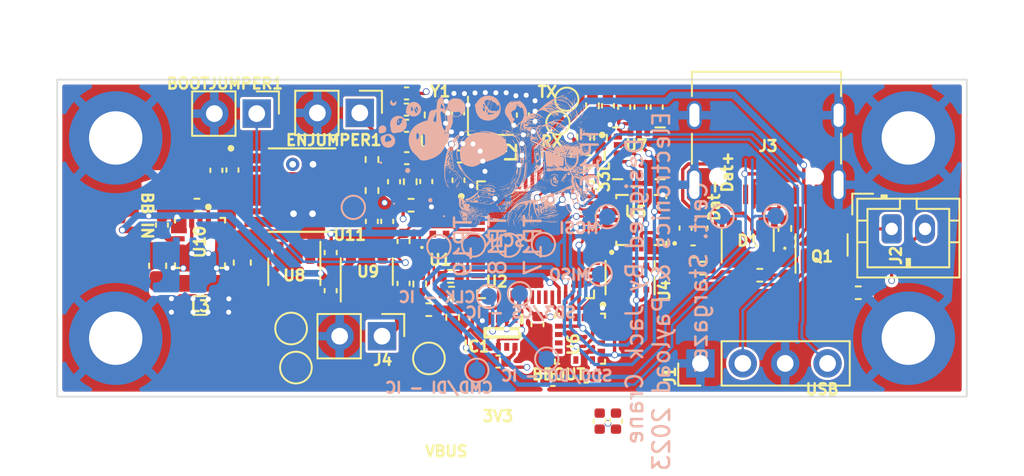
<source format=kicad_pcb>
(kicad_pcb (version 20221018) (generator pcbnew)
  (layers (0 "F.Cu" signal) (1 "In1.Cu" signal) (2 "In2.Cu" signal) (31 "B.Cu" signal) (34 "B.Paste" user) (35 "F.Paste" user) (36 "B.SilkS" user "B.Silkscreen") (37 "F.SilkS" user "F.Silkscreen") (38 "B.Mask" user) (39 "F.Mask" user) (44 "Edge.Cuts" user))
  (net 0 "")
  (net 1 "GND")
  (net 2 "Net-(3V3LED1-A)")
  (net 3 "/BOOT")
  (net 4 "/CHIP_PU")
  (net 5 "+3V3")
  (net 6 "Net-(C12-Pad1)")
  (net 7 "Net-(U2-LNA_IN{slash}RF)")
  (net 8 "Net-(U2-XTAL_N)")
  (net 9 "Net-(C14-Pad1)")
  (net 10 "Net-(U6-CAP)")
  (net 11 "VBUS")
  (net 12 "/power/BBIN")
  (net 13 "/power/BIAS")
  (net 14 "/power/BBOUT")
  (net 15 "Net-(C6-Pad1)")
  (net 16 "/Data-")
  (net 17 "/Data+")
  (net 18 "Net-(U7-REGOUT)")
  (net 19 "Net-(J4-Pin_1)")
  (net 20 "Net-(J1-Pin_2)")
  (net 21 "Net-(J1-Pin_4)")
  (net 22 "Net-(J3-CC1)")
  (net 24 "Net-(J3-CC2)")
  (net 25 "/power/LX1")
  (net 26 "/power/LX2")
  (net 28 "Net-(U2-XTAL_P)")
  (net 29 "Net-(TXLED1-A)")
  (net 30 "/BattVolt")
  (net 31 "/power/SEL")
  (net 32 "/power/FBIn")
  (net 33 "/TXD")
  (net 34 "Net-(USBLED1-A)")
  (net 35 "/MOSI")
  (net 36 "/MISO")
  (net 49 "/RXD")
  (net 50 "Net-(U2-GPIO21)")
  (net 51 "Net-(U2-MTCK{slash}JTAG{slash}GPIO39)")
  (net 52 "/IMU/Accelerometer")
  (net 54 "/IMU/Magnetometer")
  (net 76 "Net-(IC1-SD3{slash}CS)")
  (net 77 "Net-(IC1-CLK)")
  (net 78 "Net-(IC1-CMD{slash}DI)")
  (net 79 "Net-(IC1-SD0{slash}DO)")
  (net 81 "Net-(U1-R)")
  (net 82 "Net-(U1-B)")
  (net 83 "Net-(U1-G)")
  (net 84 "+3.3V")
  (net 88 "Net-(U2-GPIO1{slash}ADC1_CH0)")
  (net 89 "Net-(U2-GPIO2{slash}ADC1_CH1)")
  (net 90 "Net-(U2-GPIO4{slash}ADC1_CH3)")
  (net 91 "/SCLK")
  (net 92 "Net-(U2-MTDO{slash}JTAG{slash}GPIO40)")
  (net 95 "/Buzzer")
  (net 96 "/Accel{slash}Gyro")
  (net 97 "Net-(J2-Pin_1)")
  (net 98 "Net-(U2-MTDI{slash}JTAG{slash}GPIO41)")
  (net 99 "Net-(U2-MTMS{slash}JTAG{slash}GPIO42)")
  (net 100 "Net-(U2-U0TXD{slash}PROG{slash}GPIO43)")
  (footprint "Resistor_SMD:R_0402_1005Metric" (layer "F.Cu") (at 115.07 86.57 -90)
    (fp_text reference "TXLED1" hide)
    (fp_text value "TX_LED")
  )
  (footprint "Inductor_SMD:L_0805_2012Metric" (layer "F.Cu") (at 91.556861 98.539292)
    (fp_text reference "L3")
    (fp_text value "1uH")
  )
  (footprint "Crystal:Crystal_SMD_2016-4Pin_2.0x1.6mm" (layer "F.Cu") (at 108.96 87.17)
    (fp_text reference "Y1")
    (fp_text value "40MHz±10ppm")
  )
  (footprint "Inductor_SMD:L_0402_1005Metric" (layer "F.Cu") (at 109.29 89.47 90)
    (fp_text reference "L2")
    (fp_text value "20nH")
  )
  (footprint "iclr:PQFN50P300X300X100-16N" (layer "F.Cu") (at 114.325 100.53 -90)
    (fp_text reference "U6")
    (fp_text value "MMC5983MA")
  )
  (footprint "iclr:SOIC127P599X175-9N" (layer "F.Cu") (at 97.67 91.625)
    (fp_text reference "U11")
    (fp_text value "SC4215")
  )
  (footprint "Capacitor_SMD:C_0402_1005Metric" (layer "F.Cu") (at 107.1 89.61)
    (fp_text reference "C8" hide)
    (fp_text value "10nF")
  )
  (footprint "iclr:USB_C_Receptacle_Palconn_UTC16-G" (layer "F.Cu") (at 125.5 89.375 180)
    (fp_text reference "J3")
    (fp_text value "USB_C_Receptacle_USB2.0")
  )
  (footprint "TestPoint:TestPoint_Pad_D1.5mm" (layer "F.Cu") (at 97.01 99.92)
    (fp_text reference "TP9" hide)
    (fp_text value "TestPoint")
  )
  (footprint "Capacitor_SMD:C_0402_1005Metric" (layer "F.Cu") (at 105.11 91.11 -90)
    (fp_text reference "C2" hide)
    (fp_text value "1uF")
  )
  (footprint "Capacitor_SMD:C_0402_1005Metric" (layer "F.Cu") (at 118.92 86.65 -90)
    (fp_text reference "C24" hide)
    (fp_text value "0.47uF")
  )
  (footprint "Capacitor_SMD:C_0402_1005Metric" (layer "F.Cu") (at 113.42 89.54 90)
    (fp_text reference "C11" hide)
    (fp_text value "0.1uF")
  )
  (footprint "Capacitor_SMD:C_0402_1005Metric" (layer "F.Cu") (at 105.69 89 -90)
    (fp_text reference "C12" hide)
    (fp_text value "4.2pF")
  )
  (footprint "Capacitor_SMD:C_0402_1005Metric" (layer "F.Cu") (at 93.495 90.42 90)
    (fp_text reference "C32" hide)
    (fp_text value "10uF")
  )
  (footprint "Connector_JST:JST_PH_B2B-PH-K_1x02_P2.00mm_Vertical" (layer "F.Cu") (at 133 93.95)
    (fp_text reference "J2")
    (fp_text value "Conn_01x02_Male")
  )
  (footprint "Capacitor_SMD:C_0402_1005Metric" (layer "F.Cu") (at 103.93 85.83 180)
    (fp_text reference "C1" hide)
    (fp_text value "10uF")
  )
  (footprint "Connector_PinHeader_2.54mm:PinHeader_1x02_P2.54mm_Vertical" (layer "F.Cu") (at 101.125 87 -90)
    (fp_text reference "ENJUMPER1")
    (fp_text value "Conn_01x02_Male")
  )
  (footprint "TestPoint:TestPoint_Pad_D1.0mm" (layer "F.Cu") (at 113 87.6)
    (fp_text reference "TP1" hide)
    (fp_text value "TestPoint")
  )
  (footprint "Connector_PinHeader_2.54mm:PinHeader_1x02_P2.54mm_Vertical" (layer "F.Cu") (at 102.46 100.38 -90)
    (fp_text reference "J4")
    (fp_text value "Conn_01x02_Male")
  )
  (footprint "Capacitor_SMD:C_0402_1005Metric" (layer "F.Cu") (at 103.75 97.22 90)
    (fp_text reference "C25" hide)
    (fp_text value "0.1uF")
  )
  (footprint "Capacitor_SMD:C_0402_1005Metric" (layer "F.Cu") (at 101.85 93.5 90)
    (fp_text reference "C34" hide)
    (fp_text value "10uF")
  )
  (footprint "Resistor_SMD:R_0402_1005Metric" (layer "F.Cu") (at 104.72 97.25 90)
    (fp_text reference "R5" hide)
    (fp_text value "309")
  )
  (footprint "Resistor_SMD:R_0402_1005Metric" (layer "F.Cu") (at 106.69 99.25 -90)
    (fp_text reference "R15" hide)
    (fp_text value "36k")
  )
  (footprint "Capacitor_SMD:C_0402_1005Metric" (layer "F.Cu") (at 115.505 105.47 90)
    (fp_text reference "C16" hide)
    (fp_text value "100nF")
  )
  (footprint "Package_TO_SOT_SMD:SOT-23" (layer "F.Cu") (at 128.8 94.9125 90)
    (fp_text reference "Q1")
    (fp_text value "PMV20ENR")
  )
  (footprint "Capacitor_SMD:C_0402_1005Metric" (layer "F.Cu") (at 103.92 86.8 180)
    (fp_text reference "C4" hide)
    (fp_text value "1uF")
  )
  (footprint "Capacitor_SMD:C_0402_1005Metric" (layer "F.Cu") (at 92.53 90.44 90)
    (fp_text reference "C33" hide)
    (fp_text value "4.7uF")
  )
  (footprint "Capacitor_SMD:C_0603_1608Metric" (layer "F.Cu") (at 89.013672 96.159187 -90)
    (fp_text reference "C29" hide)
    (fp_text value "10uF")
  )
  (footprint "iclr:XDCR_DPS310" (layer "F.Cu") (at 117.325 96.8725 90)
    (fp_text reference "U4")
    (fp_text value "DPS310")
  )
  (footprint "Resistor_SMD:R_0402_1005Metric" (layer "F.Cu") (at 104.15 91.12 90)
    (fp_text reference "R1" hide)
    (fp_text value "10K")
  )
  (footprint "Capacitor_SMD:C_0402_1005Metric" (layer "F.Cu") (at 114.7 102.8)
    (fp_text reference "C20" hide)
    (fp_text value "10uF")
  )
  (footprint "Connector_PinHeader_2.54mm:PinHeader_1x04_P2.54mm_Vertical" (layer "F.Cu") (at 121.54 102.01 90)
    (fp_text reference "J1")
    (fp_text value "Conn_01x04_Male")
  )
  (footprint "MountingHole:MountingHole_3.2mm_M3_DIN965_Pad" (layer "F.Cu") (at 86.5 100.5)
    (fp_text reference "H4" hide)
    (fp_text value "MountingHole_Pad")
  )
  (footprint "Package_TO_SOT_SMD:SOT-23-5" (layer "F.Cu") (at 97.203855 96.52 -90)
    (fp_text reference "U8")
    (fp_text value "XC8111")
  )
  (footprint "iclr:SOTFL50P160X60-8N" (layer "F.Cu") (at 109.68 100.18 -90)
    (fp_text reference "IC1")
    (fp_text value "XTSD02GLGEAG" hide)
  )
  (footprint "iclr:QFN300X300X100-16N" (layer "F.Cu") (at 117.996376 93.414862 180)
    (fp_text reference "U5")
    (fp_text value "H3LIS331DLTR")
  )
  (footprint "Resistor_SMD:R_0402_1005Metric" (layer "F.Cu") (at 104.2 92.53)
    (fp_text reference "R3" hide)
    (fp_text value "10K")
  )
  (footprint "Resistor_SMD:R_0402_1005Metric" (layer "F.Cu") (at 106.63 97.8)
    (fp_text reference "R7" hide)
    (fp_text value "158")
  )
  (footprint "Package_TO_SOT_SMD:SOT-143" (layer "F.Cu") (at 124.375 94.625 90)
    (fp_text reference "D1")
    (fp_text value "SP0503BAHT")
  )
  (footprint "Resistor_SMD:R_0402_1005Metric" (layer "F.Cu") (at 131 97.775 180)
    (fp_text reference "R10" hide)
    (fp_text value "1k")
  )
  (footprint "Capacitor_SMD:C_0402_1005Metric" (layer "F.Cu") (at 116 86.57 90)
    (fp_text reference "C21" hide)
    (fp_text value "10nF")
  )
  (footprint "Capacitor_SMD:C_0402_1005Metric" (layer "F.Cu") (at 120.65 93.9 -90)
    (fp_text reference "C18" hide)
    (fp_text value "100nF")
  )
  (footprint "Capacitor_SMD:C_0402_1005Metric" (layer "F.Cu") (at 102.77 93.5 90)
    (fp_text reference "C35" hide)
    (fp_text value "0.1uF")
  )
  (footprint "Resistor_SMD:R_0402_1005Metric" (layer "F.Cu") (at 115.55 88.46 -90)
    (fp_text reference "3V3LED1" hide)
    (fp_text value "3V3LED")
  )
  (footprint "Capacitor_SMD:C_0603_1608Metric" (layer "F.Cu") (at 94.084295 95.971331 -90)
    (fp_text reference "C31" hide)
    (fp_text value "22uF")
  )
  (footprint "Resistor_SMD:R_0402_1005Metric" (layer "F.Cu") (at 114.55 88.46 90)
    (fp_text reference "R2" hide)
    (fp_text value "470")
  )
  (footprint "Capacitor_SMD:C_0402_1005Metric" (layer "F.Cu") (at 109.41 101.9 180)
    (fp_text reference "C40" hide)
    (fp_text value "10uF")
  )
  (footprint "Resistor_SMD:R_0402_1005Metric" (layer "F.Cu") (at 101.86 89.792715 90)
    (fp_text reference "R19" hide)
    (fp_text value "10k")
  )
  (footprint "Resistor_SMD:R_0402_1005Metric" (layer "F.Cu") (at 106.57 96.79)
    (fp_text reference "R6" hide)
    (fp_text value "30")
  )
  (footprint "Package_TO_SOT_SMD:SOT-23-5" (layer "F.Cu") (at 101.545 96.5075 90)
    (fp_text reference "U9")
    (fp_text value "XC8111")
  )
  (footprint "LED_SMD:LED_0402_1005Metric" (layer "F.Cu") (at 126.6 96.2 -90)
    (fp_text reference "USBLED1" hide)
    (fp_text value "USB_LED")
  )
  (footprint "Resistor_SMD:R_0402_1005Metric" (layer "F.Cu") (at 112.425 89.5 -90)
    (fp_text reference "R9" hide)
    (fp_text value "499")
  )
  (footprint "Capacitor_SMD:C_0402_1005Metric" (layer "F.Cu") (at 110.9 87.13 -90)
    (fp_text reference "C13" hide)
    (fp_text value "C")
  )
  (footprint "Capacitor_SMD:C_0402_1005Metric" (layer "F.Cu") (at 103.18 91.12 -90)
    (fp_text reference "C3" hide)
    (fp_text value "0.1uF")
  )
  (footprint "Resistor_SMD:R_0402_1005Metric" (layer "F.Cu") (at 121.675 96.3)
    (fp_text reference "R13" hide)
    (fp_text value "5.1k")
  )
  (footprint "Connector_PinHeader_2.54mm:PinHeader_1x02_P2.54mm_Vertical" (layer "F.Cu") (at 94.95 87.04 -90)
    (fp_text reference "BOOTJUMPER1")
    (fp_text value "Conn_01x02_Male")
  )
  (footprint "iclr:PQFN50P300X300X80-16N" (layer "F.Cu") (at 117.855714 89.42)
    (fp_text reference "U7")
    (fp_text value "ICM-20608-G")
  )
  (footprint "Capacitor_SMD:C_0402_1005Metric" (layer "F.Cu") (at 112.7 103 180)
    (fp_text reference "C19" hide)
    (fp_text value "1uF")
  )
  (footprint "Resistor_SMD:R_0402_1005Metric" (layer "F.Cu") (at 105.26 98.79)
    (fp_text reference "R16" hide)
    (fp_text value "24k")
  )
  (footprint "Capacitor_SMD:C_0402_1005Metric" (layer "F.Cu") (at 121.1 95.3)
    (fp_text reference "C17" hide)
    (fp_text value "10uF")
  )
  (footprint "Capacitor_SMD:C_0402_1005Metric" (layer "F.Cu") (at 116.48 105.47 -90)
    (fp_text reference "C15" hide)
    (fp_text value "100nF")
  )
  (footprint "Inductor_SMD:L_0402_1005Metric" (layer "F.Cu") (at 103.95 88.75 180)
    (fp_text reference "L1")
    (fp_text value "2.0nH")
  )
  (footprint "TestPoint:TestPoint_Pad_D1.5mm" (layer "F.Cu") (at 105.27 101.71 -90)
    (fp_text reference "TP6" hide)
    (fp_text value "TestPoint")
  )
  (footprint "Resistor_SMD:R_0402_1005Metric" (layer "F.Cu") (at 91.369295 92.521331 180)
    (fp_text reference "R17" hide)
    (fp_text value "14k")
  )
  (footprint "Capacitor_SMD:C_0402_1005Metric" (layer "F.Cu") (at 121.6 93.9 -90)
    (fp_text reference "C39" hide)
    (fp_text value "1uF")
  )
  (footprint "Capacitor_SMD:C_0402_1005Metric" (layer "F.Cu") (at 103.75 94.7 -90)
    (fp_text reference "C10" hide)
    (fp_text value "0.1uF")
  )
  (footprint "Resistor_SMD:R_0402_1005Metric" (layer "F.Cu") (at 126.6 93.925 -90)
    (fp_text reference "R12" hide)
    (fp_text value "5.1k")
  )
  (footprint "MountingHole:MountingHole_3.2mm_M3_DIN965_Pad" (layer "F.Cu") (at 134 100.5)
    (fp_text reference "H1" hide)
    (fp_text value "MountingHole_Pad")
  )
  (footprint "iclr:CONV_MAX77827AEFD+T" (layer "F.Cu") (at 91.552221 94.791331 -90)
    (fp_text reference "U10")
    (fp_text value "MAX77827AEFD+T")
  )
  (footprint "Resistor_SMD:R_0402_1005Metric" (layer "F.Cu") (at 101.86 91.652715 90)
    (fp_text reference "R18" hide)
    (fp_text value "56k")
  )
  (footprint "Capacitor_SMD:C_0402_1005Metric" (layer "F.Cu") (at 107.02 87 90)
    (fp_text reference "C14" hide)
    (fp_text value "C")
  )
  (footprint "Capacitor_SMD:C_0402_1005Metric" (layer "F.Cu") (at 116.97 86.65 90)
    (fp_text reference "C22" hide)
    (fp_text value "2.2uF")
  )
  (footprint "Resistor_SMD:R_0402_1005Metric" (layer "F.Cu") (at 125.1 96.725)
    (fp_text reference "R14" hide)
    (fp_text value "470")
  )
  (footprint "Capacitor_SMD:C_0402_1005Metric" (layer "F.Cu") (at 107.04 91.03 -90)
    (fp_text reference "C7" hide)
    (fp_text value "1uF")
  )
  (footprint "Capacitor_SMD:C_0402_1005Metric" (layer "F.Cu") (at 103.93 87.77 180)
    (fp_text reference "C5" hide)
    (fp_text value "0.1uF")
  )
  (footprint "Capacitor_SMD:C_0402_1005Metric" (layer "F.Cu") (at 89.270758 93.719449 90)
    (fp_text reference "C30" hide)
    (fp_text value "1uF")
  )
  (footprint "TestPoint:TestPoint_Pad_D1.5mm" (layer "F.Cu") (at 97.3 102.26 180)
    (fp_text reference "TP8" hide)
    (fp_text value "TestPoint")
  )
  (footprint "Capacitor_SMD:C_0402_1005Metric" (layer "F.Cu") (at 103.94 89.71 180)
    (fp_text reference "C6" hide)
    (fp_text value "0.1uF")
  )
  (footprint "Resistor_SMD:R_0402_1005Metric" (layer "F.Cu") (at 105.4 87.12 -90)
    (fp_text reference "R8" hide)
    (fp_text value "47.5")
  )
  (footprint "Capacitor_SMD:C_0402_1005Metric" (layer "F.Cu") (at 111.775 99.68 -90)
    (fp_text reference "C9" hide)
    (fp_text value "0.1uF")
  )
  (footprint "iclr:150044M155220" (layer "F.Cu") (at 105.9 94.66)
    (fp_text reference "U1")
    (fp_text value "150044M155220" hide)
  )
  (footprint "MountingHole:MountingHole_3.2mm_M3_DIN965_Pad" (layer "F.Cu") (at 134 88.5)
    (fp_text reference "H3" hide)
    (fp_text value "MountingHole_Pad")
  )
  (footprint "Resistor_SMD:R_0402_1005Metric" (layer "F.Cu") (at 114.84 89.91 180)
    (fp_text reference "R4" hide)
    (fp_text value "470")
  )
  (footprint "iclr:QFN40P700X700X90-57N" (layer "F.Cu") (at 111.665 94.6)
    (fp_text reference "U2")
    (fp_text value "ESP32-S3")
  )
  (footprint "MountingHole:MountingHole_3.2mm_M3_DIN965_Pad" (layer "F.Cu") (at 86.5 88.5)
    (fp_text reference "H2" hide)
    (fp_text value "MountingHole_Pad")
  )
  (footprint "Capacitor_SMD:C_0402_1005Metric" (layer "F.Cu") (at 99.38 97.65 -90)
    (fp_text reference "C27" hide)
    (fp_text value "0.1uF")
  )
  (footprint "TestPoint:TestPoint_Pad_D1.0mm" (layer "F.Cu") (at 113.53 86.18)
    (fp_text reference "TP2" hide)
    (fp_text value "TestPoint")
  )
  (footprint "Capacitor_SMD:C_0402_1005Metric" (layer "F.Cu") (at 117.95 86.65 90)
    (fp_text reference "C23" hide)
    (fp_text value "0.1uF")
  )
  (footprint "Capacitor_SMD:C_0402_1005Metric" (layer "F.Cu") (at 99.383855 95.37 -90)
    (fp_text reference "C26" hide)
    (fp_text value "0.1uF")
  )
  (footprint "TestPoint:TestPoint_Pad_D1.0mm" (layer "B.Cu") (at 126.05 93.18 90)
    (fp_text reference "TP4" hide)
    (fp_text value "TestPoint")
  )
  (footprint "LOGO" (layer "B.Cu") (at 108.97 89.75 -90)
    (fp_text reference "G***" hide)
    (fp_text value "LOGO" hide)
  )
  (footprint "TestPoint:TestPoint_Pad_D1.0mm" (layer "B.Cu") (at 115.53 96.66 180)
    (fp_text reference "TP12" hide)
    (fp_text value "TestPoint")
  )
  (footprint "TestPoint:TestPoint_Pad_D1.0mm" (layer "B.Cu") (at 122.84 93.19 90)
    (fp_text reference "TP3" hide)
    (fp_text value "TestPoint")
  )
  (footprint "TestPoint:TestPoint_Pad_D1.0mm" (layer "B.Cu") (at 108.85 98 180)
    (fp_text reference "TP13" hide)
    (fp_text value "TestPoint")
  )
  (footprint "TestPoint:TestPoint_Pad_D1.0mm" (layer "B.Cu") (at 105.87 95.01 90)
    (fp_text reference "TP19")
    (fp_text value "TestPoint")
  )
  (footprint "TestPoint:TestPoint_Pad_D1.0mm" (layer "B.Cu") (at 113.48 89.73 90)
    (fp_text reference "TP16")
    (fp_text value "TestPoint")
  )
  (footprint "TestPoint:TestPoint_Pad_D1.0mm" (layer "B.Cu") (at 107.95 94.91 90)
    (fp_text reference "TP18")
    (fp_text value "TestPoint")
  )
  (footprint "TestPoint:TestPoint_Pad_D1.0mm" (layer "B.Cu") (at 108.14 102.42 180)
    (fp_text reference "TP7" hide)
    (fp_text value "TestPoint")
  )
  (footprint "TestPoint:TestPoint_Pad_D1.0mm" (layer "B.Cu") (at 110.06 94.92 90)
    (fp_text reference "TP17")
    (fp_text value "TestPoint")
  )
  (footprint "TestPoint:TestPoint_Pad_D1.0mm" (layer "B.Cu") (at 115.96 93.22 180)
    (fp_text reference "TP10" hide)
    (fp_text value "TestPoint")
  )
  (footprint "TestPoint:TestPoint_Pad_D1.0mm" (layer "B.Cu") (at 112.13 94.88 180)
    (fp_text reference "TP11" hide)
    (fp_text value "TestPoint")
  )
  (footprint "TestPoint:TestPoint_Pad_D1.0mm" (layer "B.Cu") (at 110.7 97.83 180)
    (fp_text reference "TP15" hide)
    (fp_text value "TestPoint")
  )
  (footprint "TestPoint:TestPoint_Pad_D1.0mm" (layer "B.Cu") (at 112.33 101.75 180)
    (fp_text reference "TP14" hide)
    (fp_text value "TestPoint")
  )
  (footprint "TestPoint:TestPoint_Pad_D1.0mm" (layer "B.Cu") (at 100.74 92.66 90)
    (fp_text reference "TP5" hide)
    (fp_text value "TestPoint")
  )
  (gr_rect (start 83 85) (end 137.5 104) (stroke (width 0.1)) (fill none) (layer "Edge.Cuts"))
  (gr_text "SCLK" (at 109.79 94.68) (layer "B.SilkS") (effects (font (size 0.65 0.65) (thickness 0.1524)) (justify mirror)))
  (gr_text "CLK - IC" (at 105.76 98.04) (layer "B.SilkS") (effects (font (size 0.65 0.65) (thickness 0.1524)) (justify mirror)))
  (gr_text "SD3/CS - IC" (at 110.77 98.96) (layer "B.SilkS") (effects (font (size 0.65 0.65) (thickness 0.1524)) (justify mirror)))
  (gr_text "MISO" (at 113.66 96.7) (layer "B.SilkS") (effects (font (size 0.65 0.65) (thickness 0.1524)) (justify mirror)))
  (gr_text "CMD/DI - IC" (at 105.88 103.47) (layer "B.SilkS") (effects (font (size 0.65 0.65) (thickness 0.1524)) (justify mirror)))
  (gr_text "MOSI" (at 114.26 93.9) (layer "B.SilkS") (effects (font (size 0.65 0.65) (thickness 0.1524)) (justify mirror)))
  (gr_text "SD0/DO - IC" (at 112.93 102.75) (layer "B.SilkS") (effects (font (size 0.65 0.65) (thickness 0.1524)) (justify mirror)))
  (gr_text "Designed By Jack Crane\nElectronics & Payload 2023" (at 118.4 97.68 90) (layer "B.SilkS") (effects (font (size 1 1)) (justify mirror)))
  (gr_text "Cert. Stargazer" (at 121.45 96.82 90) (layer "B.SilkS") (effects (font (size 1 1)) (justify mirror)))
  (gr_text "BBOUT" (at 111.36 103.05) (layer "F.SilkS") (effects (font (size 0.65 0.65) (thickness 0.1524) bold) (justify left bottom)))
  (gr_text "BB IN" (at 88.009295 91.661331 -90) (layer "F.SilkS") (effects (font (size 0.65 0.65) (thickness 0.1524) bold) (justify left bottom)))
  (gr_text "TX\n" (at 111.71 86.12) (layer "F.SilkS") (effects (font (size 0.65 0.65) (thickness 0.1524) bold) (justify left bottom)))
  (gr_text "VBUS\n" (at 104.96 107.66) (layer "F.SilkS") (effects (font (size 0.65 0.65) (thickness 0.1524) bold) (justify left bottom)))
  (gr_text "Dat-\n\n" (at 123.8 93.57 90) (layer "F.SilkS") (effects (font (size 0.65 0.65) (thickness 0.1524) bold) (justify left bottom)))
  (gr_text "Dat+\n" (at 123.53 91.85 90) (layer "F.SilkS") (effects (font (size 0.65 0.65) (thickness 0.1524) bold) (justify left bottom)))
  (gr_text "33L-\n" (at 116.14 91.83 90) (layer "F.SilkS") (effects (font (size 0.65 0.65) (thickness 0.1524) bold) (justify left bottom)))
  (gr_text "3V3\n" (at 108.41 105.55) (layer "F.SilkS") (effects (font (size 0.65 0.65) (thickness 0.1524) bold) (justify left bottom)))
  (gr_text "RX\n\n" (at 111.89 90.13) (layer "F.SilkS") (effects (font (size 0.65 0.65) (thickness 0.1524) bold) (justify left bottom)))
  (gr_text "USB" (at 127.76 103.94) (layer "F.SilkS") (effects (font (size 0.65 0.65) (thickness 0.1524) bold) (justify left bottom)))
  (segment (start 94.080295 97.212331) (end 94.097295 97.195331) (width 1) (layer "F.Cu") (net 1))
  (segment (start 105.23 92.44) (end 105.42 92.63) (width 0.2) (layer "F.Cu") (net 1))
  (segment (start 105.23 91.71) (end 105.23 92.44) (width 0.2) (layer "F.Cu") (net 1))
  (segment (start 107.02 86.52) (end 107.61 86.52) (width 0.2) (layer "F.Cu") (net 1))
  (segment (start 91.55 95.890721) (end 91.55 97.022496) (width 0.36) (layer "F.Cu") (net 1))
  (segment (start 116.01 87.13) (end 115.88 87.13) (width 0.2) (layer "F.Cu") (net 1))
  (segment (start 91.552221 97.023106) (end 91.543996 97.031331) (width 0.25) (layer "F.Cu") (net 1))
  (segment (start 105.11 91.59) (end 105.23 91.71) (width 0.2) (layer "F.Cu") (net 1))
  (segment (start 88.961832 97.212331) (end 94.080295 97.212331) (width 1) (layer "F.Cu") (net 1))
  (segment (start 110.38 87.72) (end 110.79 87.72) (width 0.2) (layer "F.Cu") (net 1))
  (segment (start 107.78 89.81) (end 107.58 89.61) (width 0.2) (layer "F.Cu") (net 1))
  (segment (start 107.61 86.52) (end 108.16 86.52) (width 0.2) (layer "F.Cu") (net 1))
  (segment (start 105.11 91.59) (end 105.17 91.59) (width 0.2) (layer "F.Cu") (net 1))
  (segment (start 108.86 101.97) (end 108.93 101.9) (width 0.2) (layer "F.Cu") (net 1))
  (segment (start 110.34 87.72) (end 110.36 87.74) (width 0.2) (layer "F.Cu") (net 1))
  (segment (start 123.5 95.7) (end 123.425 95.625) (width 0.2) (layer "F.Cu") (net 1))
  (segment (start 109.66 87.72) (end 110.34 87.72) (width 0.2) (layer "F.Cu") (net 1))
  (segment (start 110.36 87.74) (end 110.38 87.72) (width 0.2) (layer "F.Cu") (net 1))
  (via (at 110.36 87.74) (size 0.4) (drill 0.3) (layers "F.Cu" "B.Cu") (net 1))
  (via (at 108.63 90.5) (size 0.4) (drill 0.3) (layers "F.Cu" "B.Cu") (net 1))
  (via (at 107.3 88.84) (size 0.4) (drill 0.3) (layers "F.Cu" "B.Cu") (net 1))
  (via (at 90.169295 93.231331) (size 0.6) (drill 0.3) (layers "F.Cu" "B.Cu") (net 1))
  (via (at 111.63 87.51) (size 0.4) (drill 0.3) (layers "F.Cu" "B.Cu") (net 1))
  (via (at 108.34 89.29) (size 0.4) (drill 0.3) (layers "F.Cu" "B.Cu") (net 1))
  (via (at 109.28 85.79) (size 0.4) (drill 0.3) (layers "F.Cu" "B.Cu") (net 1))
  (via (at 106.62 88.13) (size 0.4) (drill 0.3) (layers "F.Cu" "B.Cu") (net 1))
  (via (at 109.23 92.13) (size 0.4) (drill 0.3) (layers "F.Cu" "B.Cu") (net 1))
  (via (at 115.67 98.7) (size 0.4) (drill 0.3) (layers "F.Cu" "B.Cu") (net 1))
  (via (at 107.61 86.52) (size 0.4) (drill 0.3) (layers "F.Cu" "B.Cu") (net 1))
  (via (at 109.9 85.79) (size 0.4) (drill 0.3) (layers "F.Cu" "B.Cu") (net 1))
  (via (at 110.85 89.55) (size 0.4) (drill 0.3) (layers "F.Cu" "B.Cu") (net 1))
  (via (at 106.27 87.62) (size 0.4) (drill 0.3) (layers "F.Cu" "B.Cu") (net 1))
  (via (at 97.155 93.04) (size 0.8) (drill 0.4) (layers "F.Cu" "B.Cu") (net 1))
  (via (at 106.3 86.3) (size 0.4) (drill 0.3) (layers "F.Cu" "B.Cu") (net 1))
  (via (at 110.93 88.31) (size 0.4) (drill 0.3) (layers "F.Cu" "B.Cu") (net 1))
  (via (at 108.03 85.8) (size 0.4) (drill 0.3) (layers "F.Cu" "B.Cu") (net 1))
  (via (at 110.84 88.84) (size 0.4) (drill 0.3) (layers "F.Cu" "B.Cu") (net 1))
  (via (at 111.63 86.27) (size 0.4) (drill 0.3) (layers "F.Cu" "B.Cu") (net 1))
  (via (at 111.52 88.12) (size 0.4) (drill 0.3) (layers "F.Cu" "B.Cu") (net 1))
  (via (at 98.295 93.04) (size 0.8) (drill 0.4) (layers "F.Cu" "B.Cu") (net 1))
  (via (at 93.269295 98.941331) (size 0.4) (drill 0.3) (layers "F.Cu" "B.Cu") (net 1))
  (via (at 116.5 95.1) (size 0.4) (drill 0.3) (layers "F.Cu" "B.Cu") (net 1))
  (via (at 111.63 86.89) (size 0.4) (drill 0.3) (layers "F.Cu" "B.Cu") (net 1))
  (via (at 111.1 85.94) (size 0.4) (drill 0.3) (layers "F.Cu" "B.Cu") (net 1))
  (via (at 105.42 92.63) (size 0.4) (drill 0.3) (layers "F.Cu" "B.Cu") (net 1))
  (via (at 119.29 91.91) (size 0.4) (drill 0.3) (layers "F.Cu" "B.Cu") (net 1))
  (via (at 107.4 85.84) (size 0.4) (drill 0.3) (layers "F.Cu" "B.Cu") (net 1))
  (via (at 106.77 85.83) (size 0.4) (drill 0.3) (layers "F.Cu" "B.Cu") (net 1))
  (via (at 107.91 88.86) (size 0.4) (drill 0.3) (layers "F.Cu" "B.Cu") (net 1))
  (via (at 107.82 91.37) (size 0.4) (drill 0.3) (layers "F.Cu" "B.Cu") (net 1))
  (via (at 110.67 90.13) (size 0.4) (drill 0.3) (layers "F.Cu" "B.Cu") (net 1))
  (via (at 116.127665 87.70134) (size 0.4) (drill 0.3) (layers "F.Cu" "B.Cu") (net 1))
  (via (at 108.65 85.78) (size 0.4) (drill 0.3) (layers "F.Cu" "B.Cu") (net 1))
  (via (at 106.4 87.01) (size 0.4) (drill 0.3) (layers "F.Cu" "B.Cu") (net 1))
  (via (at 107.23 88.24) (size 0.4) (drill 0.3) (layers "F.Cu" "B.Cu") (net 1))
  (via (at 110.48 85.97) (size 0.4) (drill 0.3) (layers "F.Cu" "B.Cu") (net 1))
  (via (at 98.325 90.08) (size 0.8) (drill 0.4) (layers "F.Cu" "B.Cu") (net 1))
  (via (at 108.5 89.89) (size 0.4) (drill 0.3) (layers "F.Cu" "B.Cu") (net 1))
  (via (at 108.47 99.45) (size 0.4) (drill 0.3) (layers "F.Cu" "B.Cu") (net 1))
  (segment (start 125.97 101.61) (end 125.97 101.73) (width 0.2) (layer "B.Cu") (net 1))
  (segment (start 115.35 89.25) (end 115.55 89.05) (width 0.2) (layer "F.Cu") (net 2))
  (segment (start 115.35 89.98) (end 115.35 89.25) (width 0.2) (layer "F.Cu") (net 2))
  (segment (start 103.215 95.471188) (end 103.215 94.755) (width 0.15) (layer "F.Cu") (net 3))
  (segment (start 106.81 93.46) (end 104.89 93.46) (width 0.15) (layer "F.Cu") (net 3))
  (segment (start 104.805 93.375) (end 104.71 93.28) (width 0.15) (layer "F.Cu") (net 3))
  (segment (start 108.155 93.535) (end 106.885 93.535) (width 0.15) (layer "F.Cu") (net 3))
  (segment (start 104.805 93.375) (end 104.595 93.375) (width 0.15) (layer "F.Cu") (net 3))
  (segment (start 103.215 94.755) (end 103.75 94.22) (width 0.15) (layer "F.Cu") (net 3))
  (segment (start 108.22 93.6) (end 108.155 93.535) (width 0.15) (layer "F.Cu") (net 3))
  (segment (start 103.86 95.97) (end 103.713812 95.97) (width 0.15) (layer "F.Cu") (net 3))
  (segment (start 104.71 93.28) (end 104.71 92.53) (width 0.15) (layer "F.Cu") (net 3))
  (segment (start 106.885 93.535) (end 106.81 93.46) (width 0.15) (layer "F.Cu") (net 3))
  (segment (start 104.89 93.46) (end 104.805 93.375) (width 0.15) (layer "F.Cu") (net 3))
  (segment (start 103.86 95.97) (end 103.73 95.97) (width 0.15) (layer "F.Cu") (net 3))
  (segment (start 103.73 95.97) (end 103.68 95.92) (width 0.15) (layer "F.Cu") (net 3))
  (segment (start 104.595 93.375) (end 103.75 94.22) (width 0.15) (layer "F.Cu") (net 3))
  (segment (start 103.713812 95.97) (end 103.215 95.471188) (width 0.15) (layer "F.Cu") (net 3))
  (via (at 103.86 95.97) (size 0.4) (drill 0.3) (layers "F.Cu" "B.Cu") (net 3))
  (segment (start 94.95 93.12) (end 94.95 87.04) (width 0.15) (layer "B.Cu") (net 3))
  (segment (start 97.75 95.92) (end 94.95 93.12) (width 0.15) (layer "B.Cu") (net 3))
  (segment (start 103.86 95.97) (end 103.81 95.92) (width 0.15) (layer "B.Cu") (net 3))
  (segment (start 103.81 95.92) (end 97.75 95.92) (width 0.15) (layer "B.Cu") (net 3))
  (segment (start 103.158457 90.27) (end 102.92 90.031543) (width 0.2) (layer "F.Cu") (net 4))
  (segment (start 107.15 93.2) (end 106.675 92.725) (width 0.15) (layer "F.Cu") (net 4))
  (segment (start 105.11 90.63) (end 104.17 90.63) (width 0.2) (layer "F.Cu") (net 4))
  (segment (start 102.92 90.031543) (end 102.92 89.045) (width 0.2) (layer "F.Cu") (net 4))
  (segment (start 106.403508 92.725) (end 105.75 92.07149) (width 0.15) (layer "F.Cu") (net 4))
  (segment (start 103.18 90.27) (end 103.158457 90.27) (width 0.2) (layer "F.Cu") (net 4))
  (segment (start 105.15 91.075) (end 105.15 90.67) (width 0.15) (layer "F.Cu") (net 4))
  (segment (start 103.18 90.8) (end 103.18 90.64) (width 0.15) (layer "F.Cu") (net 4))
  (segment (start 105.75 92.07149) (end 105.75 91.35) (width 0.15) (layer "F.Cu") (net 4))
  (segment (start 103.18 90.64) (end 103.18 90.27) (width 0.2) (layer "F.Cu") (net 4))
  (segment (start 102.92 89.045) (end 101.125 87.25) (width 0.2) (layer "F.Cu") (net 4))
  (segment (start 108.22 93.2) (end 107.15 93.2) (width 0.15) (layer "F.Cu") (net 4))
  (segment (start 105.475 91.075) (end 105.15 91.075) (width 0.15) (layer "F.Cu") (net 4))
  (segment (start 103.48 91.1) (end 103.18 90.8) (width 0.15) (layer "F.Cu") (net 4))
  (segment (start 105.15 91.075) (end 104.798812 91.075) (width 0.15) (layer "F.Cu") (net 4))
  (segment (start 104.773812 91.1) (end 103.48 91.1) (width 0.15) (layer "F.Cu") (net 4))
  (segment (start 106.675 92.725) (end 106.403508 92.725) (width 0.15) (layer "F.Cu") (net 4))
  (segment (start 105.15 90.67) (end 105.11 90.63) (width 0.15) (layer "F.Cu") (net 4))
  (segment (start 105.75 91.35) (end 105.475 91.075) (width 0.15) (layer "F.Cu") (net 4))
  (segment (start 104.798812 91.075) (end 104.773812 91.1) (width 0.15) (layer "F.Cu") (net 4))
  (segment (start 104.17 90.63) (end 104.15 90.61) (width 0.2) (layer "F.Cu") (net 4))
  (segment (start 101.125 87.25) (end 101.125 87.175) (width 0.2) (layer "F.Cu") (net 4))
  (segment (start 103.725 92.565) (end 103.69 92.53) (width 0.2) (layer "F.Cu") (net 5))
  (segment (start 116.64 87.61) (end 116.64 87.46) (width 0.2) (layer "F.Cu") (net 5))
  (segment (start 116.64 86.72) (end 116.09 86.17) (width 0.2) (layer "F.Cu") (net 5))
  (segment (start 112.55 99.22) (end 111.7 99.22) (width 0.2) (layer "F.Cu") (net 5))
  (segment (start 110.37 101.018) (end 110.37 101.42) (width 0.2) (layer "F.Cu") (net 5))
  (segment (start 121.58 95.3) (end 121.58 94.4) (width 0.2) (layer "F.Cu") (net 5))
  (segment (start 109.89 101.9) (end 110.25 101.54) (width 0.2) (layer "F.Cu") (net 5))
  (segment (start 117.996376 94.884862) (end 117.496376 94.884862) (width 0.2) (layer "F.Cu") (net 5))
  (segment (start 113.98 89.58) (end 114.36 89.96) (width 0.2) (layer "F.Cu") (net 5))
  (segment (start 103.69 92.53) (end 104.15 92.07) (width 0.2) (layer "F.Cu") (net 5))
  (segment (start 133 97.05) (end 133 95.95) (width 0.2) (layer "F.Cu") (net 5))
  (segment (start 108.51 91.15) (end 109.06 91.15) (width 0.2) (layer "F.Cu") (net 5))
  (segment (start 107.91 90.55) (end 108.51 91.15) (width 0.2) (layer "F.Cu") (net 5))
  (segment (start 131.46 97.49) (end 131.46 97.75) (width 0.2) (layer "F.Cu") (net 5))
  (segment (start 105.11 85.72) (end 105 85.83) (width 0.2) (layer "F.Cu") (net 5))
  (segment (start 106.62 88.87) (end 106.62 89.440833) (width 0.2) (layer "F.Cu") (net 5))
  (segment (start 133.675 95.275) (end 131.46 97.49) (width 0.2) (layer "F.Cu") (net 5))
  (segment (start 116.83 88.185714) (end 116.595714 88.42) (width 0.2) (layer "F.Cu") (net 5))
  (segment (start 116.09 86.17) (end 116 86.17) (width 0.2) (layer "F.Cu") (net 5))
  (segment (start 103.725 93.35) (end 103.725 92.565) (width 0.2) (layer "F.Cu") (net 5))
  (segment (start 113.98 88.6) (end 113.98 89.41) (width 0.2) (layer "F.Cu") (net 5))
  (segment (start 118.939862 94.414862) (end 119.466376 94.414862) (width 0.2) (layer "F.Cu") (net 5))
  (segment (start 135 93.95) (end 133.675 95.275) (width 0.2) (layer "F.Cu") (net 5))
  (segment (start 116.64 87.46) (end 116.64 86.72) (width 0.2) (layer "F.Cu") (net 5))
  (segment (start 117.43 87.65) (end 117.95 87.13) (width 0.2) (layer "F.Cu") (net 5))
  (segment (start 104.41 86.79) (end 104.4 86.8) (width 0.2) (layer "F.Cu") (net 5))
  (segment (start 120.65 94.38) (end 119.501238 94.38) (width 0.2) (layer "F.Cu") (net 5))
  (segment (start 104.4 88.715) (end 104.435 88.75) (width 0.2) (layer "F.Cu") (net 5))
  (segment (start 109.465 91.155) (end 109.065 91.155) (width 0.2) (layer "F.Cu") (net 5))
  (segment (start 113.98 88.6) (end 113.98 89.58) (width 0.2) (layer "F.Cu") (net 5))
  (segment (start 118.7 94.175) (end 118.091238 94.175) (width 0.2) (layer "F.Cu") (net 5))
  (segment (start 116.64 87.97) (end 116.96 87.65) (width 0.2) (layer "F.Cu") (net 5))
  (segment (start 119.501238 94.38) (end 119.466376 94.414862) (width 0.2) (layer "F.Cu") (net 5))
  (segment (start 111.7 99.22) (end 111.065 98.585) (width 0.2) (layer "F.Cu") (net 5))
  (segment (start 104.4 86.8) (end 104.4 88.715) (width 0.2) (layer "F.Cu") (net 5))
  (segment (start 116.83 88.16) (end 116.64 87.97) (width 0.2) (layer "F.Cu") (net 5))
  (segment (start 117.996376 94.269862) (end 117.996376 94.884862) (width 0.2) (layer "F.Cu") (net 5))
  (segment (start 113.065 91.155) (end 113.065 90.375) (width 0.2) (layer "F.Cu") (net 5))
  (segment (start 113.76 88.38) (end 113.98 88.6) (width 0.2) (layer "F.Cu") (net 5))
  (segment (start 106.62 90.13) (end 107.04 90.55) (width 0.2) (layer "F.Cu") (net 5))
  (segment (start 116.64 87.46) (end 116.97 87.13) (width 0.2) (layer "F.Cu") (net 5))
  (segment (start 121.6 94.38) (end 120.65 94.38) (width 0.2) (layer "F.Cu") (net 5))
  (segment (start 113.76 88.38) (end 114.43 89.05) (width 0.2) (layer "F.Cu") (net 5))
  (segment (start 121.58 94.4) (end 121.6 94.38) (width 0.2) (layer "F.Cu") (net 5))
  (segment (start 118.091238 94.175) (end 117.996376 94.269862) (width 0.2) (layer "F.Cu") (net 5))
  (segment (start 111.065 98.590736) (end 111.065 98.045) (width 0.2) (layer "F.Cu") (net 5))
  (segment (start 105 85.83) (end 104.41 85.83) (width 0.2) (layer "F.Cu") (net 5))
  (segment (start 117.355714 88.16) (end 116.83 88.16) (width 0.2) (layer "F.Cu") (net 5))
  (segment (start 106.62 89.61) (end 106.62 90.13) (width 0.2) (layer "F.Cu") (net 5))
  (segment (start 113.98 89.41) (end 113.36 90.03) (width 0.2) (layer "F.Cu") (net 5))
  (segment (start 113.065 90.375) (end 113.42 90.02) (width 0.2) (layer "F.Cu") (net 5))
  (segment (start 118.7 94.175) (end 118.939862 94.414862) (width 0.2) (layer "F.Cu") (net 5))
  (segment (start 109.06 91.15) (end 109.065 91.155) (width 0.2) (layer "F.Cu") (net 5))
  (segment (start 133 95.95) (end 133.675 95.275) (width 0.2) (layer "F.Cu") (net 5))
  (segment (start 107.04 90.55) (end 107.91 90.55) (width 0.2) (layer "F.Cu") (net 5))
  (segment (start 111.14 102.24) (end 110.23 102.24) (width 0.2) (layer "F.Cu") (net 5))
  (segment (start 116.82 87.79) (end 116.64 87.61) (width 0.2) (layer "F.Cu") (net 5))
  (segment (start 110.37 101.42) (end 109.89 101.9) (width 0.2) (layer "F.Cu") (net 5))
  (segment (start 116.83 88.16) (end 116.83 88.185714) (width 0.2) (layer "F.Cu") (net 5))
  (segment (start 114.43 89.05) (end 114.55 89.05) (width 0.2) (layer "F.Cu") (net 5))
  (segment (start 111.065 98.585) (end 111.065 98.045) (width 0.2) (layer "F.Cu") (net 5))
  (segment (start 110.23 102.24) (end 109.89 101.9) (width 0.2) (layer "F.Cu") (net 5))
  (segment (start 116.64 87.97) (end 116.82 87.79) (width 0.2) (layer "F.Cu") (net 5))
  (segment (start 104.41 85.83) (end 104.41 86.79) (width 0.2) (layer "F.Cu") (net 5))
  (segment (start 104.15 92.07) (end 104.15 91.63) (width 0.2) (layer "F.Cu") (net 5))
  (segment (start 116.96 87.65) (end 117.43 87.65) (width 0.2) (layer "F.Cu") (net 5))
  (via (at 116 105.6) (size 0.4) (drill 0.3) (layers "F.Cu" "B.Cu") (net 5))
  (via (at 105.11 85.72) (size 0.4) (drill 0.3) (layers "F.Cu" "B.Cu") (net 5))
  (via (at 102.613814 92.380492) (size 0.4) (drill 0.3) (layers "F.Cu" "B.Cu") (net 5))
  (via (at 103.725 93.35) (size 0.4) (drill 0.3) (layers "F.Cu" "B.Cu") (net 5))
  (via (at 112.55 99.22) (size 0.4) (drill 0.3) (layers "F.Cu" "B.Cu") (net 5))
  (via (at 113.76 88.38) (size 0.4) (drill 0.3) (layers "F.Cu" "B.Cu") (net 5))
  (via (at 133 97.05) (size 0.4) (drill 0.3) (layers "F.Cu" "B.Cu") (net 5))
  (via (at 106.62 88.87) (size 0.4) (drill 0.3) (layers "F.Cu" "B.Cu") (net 5))
  (via (at 111.14 102.24) (size 0.4) (drill 0.3) (layers "F.Cu" "B.Cu") (net 5))
  (via (at 116.82 87.79) (size 0.4) (drill 0.3) (layers "F.Cu" "B.Cu") (net 5))
  (segment (start 105.1 87.63) (end 105.69 88.22) (width 0.2) (layer "F.Cu") (net 6))
  (segment (start 105.69 88.22) (end 105.69 88.52) (width 0.2) (layer "F.Cu") (net 6))
  (segment (start 106.875 92.015) (end 106.733457 92.015) (width 0.15) (layer "F.Cu") (net 7))
  (segment (start 106.718812 92.015) (end 106.45 91.746188) (width 0.15) (layer "F.Cu") (net 7))
  (segment (start 108.22 92) (end 108.205 92.015) (width 0.15) (layer "F.Cu") (net 7))
  (segment (start 106.45 91.175) (end 106.45 90.41962) (width 0.15) (layer "F.Cu") (net 7))
  (segment (start 106.45 90.41962) (end 105.69 89.65962) (width 0.15) (layer "F.Cu") (net 7))
  (segment (start 106.45 91.175) (end 106.45 90.95) (width 0.15) (layer "F.Cu") (net 7))
  (segment (start 106.45 91.746188) (end 106.45 91.175) (width 0.15) (layer "F.Cu") (net 7))
  (segment (start 105.69 89.65962) (end 105.69 89.48) (width 0.15) (layer "F.Cu") (net 7))
  (segment (start 108.205 92.015) (end 106.875 92.015) (width 0.15) (layer "F.Cu") (net 7))
  (segment (start 106.875 92.015) (end 106.718812 92.015) (width 0.15) (layer "F.Cu") (net 7))
  (segment (start 108.96 88.37) (end 109.55715 88.37) (width 0.2) (layer "F.Cu") (net 8))
  (segment (start 109.41 86.62) (end 108.96 87.07) (width 0.2) (layer "F.Cu") (net 8))
  (segment (start 110.265 90.435026) (end 110.265 91.155) (width 0.2) (layer "F.Cu") (net 8))
  (segment (start 109.86 88.67285) (end 109.86 90.030026) (width 0.2) (layer "F.Cu") (net 8))
  (segment (start 109.86 90.030026) (end 110.265 90.435026) (width 0.2) (layer "F.Cu") (net 8))
  (segment (start 109.66 86.62) (end 109.41 86.62) (width 0.2) (layer "F.Cu") (net 8))
  (segment (start 108.96 87.07) (end 108.96 88.37) (width 0.2) (layer "F.Cu") (net 8))
  (segment (start 110.9 86.65) (end 109.69 86.65) (width 0.2) (layer "F.Cu") (net 8))
  (segment (start 109.55715 88.37) (end 109.86 88.67285) (width 0.2) (layer "F.Cu") (net 8))
  (segment (start 108.26 87.72) (end 107.26 87.72) (width 0.2) (layer "F.Cu") (net 9))
  (segment (start 108.925 88.985) (end 108.26 88.32) (width 0.2) (layer "F.Cu") (net 9))
  (segment (start 109.29 88.985) (end 108.925 88.985) (width 0.2) (layer "F.Cu") (net 9))
  (segment (start 107.26 87.72) (end 107.02 87.48) (width 0.2) (layer "F.Cu") (net 9))
  (segment (start 108.26 88.32) (end 108.26 87.72) (width 0.2) (layer "F.Cu") (net 9))
  (segment (start 124.625 93.525) (end 124.625 93.98) (width 0.2) (layer "F.Cu") (net 11))
  (segment (start 96.253855 95.3825) (end 96.253855 95.818855) (width 0.4) (layer "F.Cu") (net 11))
  (segment (start 125.325 95.625) (end 125.325 95.99) (width 0.2) (layer "F.Cu") (net 11))
  (segment (start 96.668855 95.389949) (end 96.668855 95.809556) (width 0.4) (layer "F.Cu") (net 11))
  (segment (start 125.6 94.955) (end 126.944472 94.955) (width 0.2) (layer "F.Cu") (net 11))
  (segment (start 124.625 93.98) (end 125.6 94.955) (width 0.2) (layer "F.Cu") (net 11))
  (segment (start 127.9 93.925) (end 127.9 91.885) (width 0.2) (layer "F.Cu") (net 11))
  (segment (start 96.835 96.4) (end 97.015 96.4) (width 0.4) (layer "F.Cu") (net 11))
  (segment (start 97.161355 94.897449) (end 96.668855 95.389949) (width 0.4) (layer "F.Cu") (net 11))
  (segment (start 125.6 94.955) (end 125.6 95.35) (width 0.2) (layer "F.Cu") (net 11))
  (segment (start 127.9 91.885) (end 127.736 91.721) (width 0.2) (layer "F.Cu") (net 11))
  (segment (start 99.413855 94.26) (end 99.413855 94.89) (width 0.2) (layer "F.Cu") (net 11))
  (segment (start 97.575962 96.4) (end 97.015 96.4) (width 0.4) (layer "F.Cu") (net 11))
  (segment (start 97.908855 94.897449) (end 97.161355 94.897449) (width 0.4) (layer "F.Cu") (net 11))
  (segment (start 96.668855 95.809556) (end 96.070962 96.407449) (width 0.4) (layer "F.Cu") (net 11))
  (segment (start 99.393855 94.24) (end 99.413855 94.26) (width 0.2) (layer "F.Cu") (net 11))
  (segment (start 124.1 93) (end 124.625 93.525) (width 0.2) (layer "F.Cu") (net 11))
  (segment (start 123.635 93) (end 124.1 93) (width 0.2) (layer "F.Cu") (net 11))
  (segment (start 127.675 94.224472) (end 127.675 94.15) (width 0.2) (layer "F.Cu") (net 11))
  (segment (start 96.253855 95.818855) (end 96.835 96.4) (width 0.4) (layer "F.Cu") (net 11))
  (segment (start 123.1 91.885) (end 123.1 92.465) (width 0.2) (layer "F.Cu") (net 11))
  (segment (start 127.736 91.721) (end 127.736 90.136) (width 0.2) (layer "F.Cu") (net 11))
  (segment (start 125.325 95.99) (end 124.59 96.725) (width 0.2) (layer "F.Cu") (net 11))
  (segment (start 125.6 95.35) (end 125.325 95.625) (width 0.2) (layer "F.Cu") (net 11))
  (segment (start 127.675 94.15) (end 127.9 93.925) (width 0.2) (layer "F.Cu") (net 11))
  (segment (start 123.1 92.465) (end 123.635 93) (width 0.2) (layer "F.Cu") (net 11))
  (segment (start 126.944472 94.955) (end 127.675 94.224472) (width 0.2) (layer "F.Cu") (net 11))
  (via (at 127.73 90.13) (size 0.4) (drill 0.3) (layers "F.Cu" "B.Cu") (net 11))
  (via (at 99.393855 94.24) (size 0.4) (drill 0.3) (layers "F.Cu" "B.Cu") (net 11))
  (segment (start 111.77 89.23) (end 111.77 90.02) (width 0.4) (layer "B.Cu") (net 11))
  (segment (start 114.72 86.28) (end 111.77 89.23) (width 0.4) (layer "B.Cu") (net 11))
  (segment (start 111.77 90.02) (end 110.015 91.775) (width 0.4) (layer "B.Cu") (net 11))
  (segment (start 106.26 92.75) (end 104.81 94.2) (width 0.4) (layer "B.Cu") (net 11))
  (segment (start 101.67 94.2) (end 101.67 93.59) (width 0.4) (layer "B.Cu") (net 11))
  (segment (start 110.015 91.775) (end 110.015 92.405) (width 0.4) (layer "B.Cu") (net 11))
  (segment (start 109.67 92.75) (end 106.26 92.75) (width 0.4) (layer "B.Cu") (net 11))
  (segment (start 127.73 90.13) (end 123.535 85.935) (width 0.4) (layer "B.Cu") (net 11))
  (segment (start 104.81 94.2) (end 101.67 94.2) (width 0.4) (layer "B.Cu") (net 11))
  (segment (start 99.433855 94.2) (end 99.393855 94.24) (width 0.4) (layer "B.Cu") (net 11))
  (segment (start 101.67 94.2) (end 99.433855 94.2) (width 0.4) (layer "B.Cu") (net 11))
  (segment (start 119.49 86.28) (end 114.72 86.28) (width 0.4) (layer "B.Cu") (net 11))
  (segment (start 123.535 85.935) (end 119.835 85.935) (width 0.4) (layer "B.Cu") (net 11))
  (segment (start 101.67 93.59) (end 100.74 92.66) (width 0.4) (layer "B.Cu") (net 11))
  (segment (start 110.015 92.405) (end 109.67 92.75) (width 0.4) (layer "B.Cu") (net 11))
  (segment (start 119.835 85.935) (end 119.49 86.28) (width 0.4) (layer "B.Cu") (net 11))
  (segment (start 91.052221 93.491331) (end 91.052221 94.558704) (width 0.2) (layer "F.Cu") (net 12))
  (segment (start 98.153855 97.6575) (end 98.7925 97.6575) (width 0.4) (layer "F.Cu") (net 12))
  (segment (start 100.595 95.955) (end 100.595 95.37) (width 0.4) (layer "F.Cu") (net 12))
  (segment (start 99.332449 97.17) (end 98.775 96.612551) (width 0.4) (layer "F.Cu") (net 12))
  (segment (start 88.083614 94.008897) (end 86.911103 94.008897) (width 0.4) (layer "F.Cu") (net 12))
  (segment (start 86.888897 94.008897) (end 86.881103 94.008897) (width 0.4) (layer "F.Cu") (net 12))
  (segment (start 99.38 97.17) (end 99.332449 97.17) (width 0.4) (layer "F.Cu") (net 12))
  (segment (start 99.28 97.17) (end 99.38 97.17) (width 0.4) (layer "F.Cu") (net 12))
  (segment (start 98.7925 97.6575) (end 99.28 97.17) (width 0.4) (layer "F.Cu") (net 12))
  (segment (start 90.939295 94.831331) (end 90.891427 94.879199) (width 0.2) (layer "F.Cu") (net 12))
  (segment (start 99.38 97.17) (end 100.595 95.955) (width 0.4) (layer "F.Cu") (net 12))
  (segment (start 86.9 94.02) (end 86.888897 94.008897) (width 0.4) (layer "F.Cu") (net 12))
  (segment (start 86.911103 94.008897) (end 86.9 94.02) (width 0.4) (layer "F.Cu") (net 12))
  (via (at 88.479295 93.171331) (size 0.4) (drill 0.3) (layers "F.Cu" "B.Cu") (net 12))
  (via (at 86.9 94.02) (size 0.4) (drill 0.3) (layers "F.Cu" "B.Cu") (net 12))
  (via (at 98.775 96.612551) (size 0.4) (drill 0.3) (layers "F.Cu" "B.Cu") (net 12))
  (via (at 91.059295 95.421331) (size 0.4) (drill 0.3) (layers "F.Cu" "B.Cu") (net 12))
  (arc (start 90.891427 94.879199) (mid 90.656458 95.0362) (end 90.379295 95.091331) (width 0.2) (layer "F.Cu") (net 12))
  (arc (start 91.052221 94.558704) (mid 91.022872 94.706249) (end 90.939295 94.831331) (width 0.2) (layer "F.Cu") (net 12))
  (segment (start 93.325 93.152551) (end 87.767449 93.152551) (width 0.4) (layer "B.Cu") (net 12))
  (segment (start 98.775 96.612551) (end 96.785 96.612551) (width 0.4) (layer "B.Cu") (net 12))
  (segment (start 96.785 96.612551) (end 93.325 93.152551) (width 0.4) (layer "B.Cu") (net 12))
  (segment (start 87.767449 93.152551) (end 86.9 94.02) (width 0.4) (layer "B.Cu") (net 12))
  (segment (start 90.334103 94.549449) (end 89.620758 94.549449) (width 0.31) (layer "F.Cu") (net 13))
  (segment (start 89.620758 94.549449) (end 89.270758 94.199449) (width 0.31) (layer "F.Cu") (net 13))
  (segment (start 93.154237 92.405763) (end 93.154237 93.821041) (width 1.1) (layer "F.Cu") (net 14))
  (segment (start 95.14 91.6) (end 93.96 91.6) (width 1.1) (layer "F.Cu") (net 14))
  (segment (start 93.96 91.6) (end 93.154237 92.405763) (width 1.1) (layer "F.Cu") (net 14))
  (segment (start 104.42 89.705) (end 103.465 88.75) (width 0.2) (layer "F.Cu") (net 15))
  (segment (start 105.016188 89.71) (end 104.42 89.71) (width 0.15) (layer "F.Cu") (net 15))
  (segment (start 108.22 92.4) (end 106.502772 92.4) (width 0.15) (layer "F.Cu") (net 15))
  (segment (start 106.05 90.743812) (end 105.016188 89.71) (width 0.15) (layer "F.Cu") (net 15))
  (segment (start 108.22 92.8) (end 108.22 92.4) (width 0.15) (layer "F.Cu") (net 15))
  (segment (start 104.42 89.71) (end 104.42 89.705) (width 0.2) (layer "F.Cu") (net 15))
  (segment (start 106.502772 92.4) (end 106.05 91.947227) (width 0.15) (layer "F.Cu") (net 15))
  (segment (start 106.05 91.947227) (end 106.05 90.743812) (width 0.15) (layer "F.Cu") (net 15))
  (segment (start 126.25 92.665) (end 126.165 92.75) (width 0.2) (layer "F.Cu") (net 16))
  (segment (start 113.065 97.474) (end 113.065 98.045) (width 0.2) (layer "F.Cu") (net 16))
  (segment (start 112.761 97.17) (end 113.065 97.474) (width 0.2) (layer "F.Cu") (net 16))
  (segment (start 125.7 92.75) (end 125.475 92.75) (width 0.2) (layer "F.Cu") (net 16))
  (segment (start 124.2 90.65) (end 125.795 90.65) (width 0.2) (layer "F.Cu") (net 16))
  (segment (start 125.25 92.665) (end 125.25 91.885) (width 0.2) (layer "F.Cu") (net 16))
  (segment (start 126.25 91.105) (end 126.25 91.885) (width 0.2) (layer "F.Cu") (net 16))
  (segment (start 126.165 92.75) (end 125.7 92.75) (width 0.2) (layer "F.Cu") (net 16))
  (segment (start 125.335 92.75) (end 125.25 92.665) (width 0.2) (layer "F.Cu") (net 16))
  (segment (start 125.325 92.9) (end 125.325 93.625) (width 0.2) (layer "F.Cu") (net 16))
  (segment (start 125.795 90.65) (end 126.25 91.105) (width 0.2) (layer "F.Cu") (net 16))
  (segment (start 125.475 92.75) (end 125.335 92.75) (width 0.2) (layer "F.Cu") (net 16))
  (segment (start 125.475 92.75) (end 125.325 92.9) (width 0.2) (layer "F.Cu") (net 16))
  (segment (start 112.52 97.17) (end 112.761 97.17) (width 0.2) (layer "F.Cu") (net 16))
  (segment (start 126.25 91.885) (end 126.25 92.665) (width 0.2) (layer "F.Cu") (net 16))
  (via (at 112.52 97.17) (size 0.4) (drill 0.3) (layers "F.Cu" "B.Cu") (net 16))
  (via (at 124.2 90.65) (size 0.4) (drill 0.3) (layers "F.Cu" "B.Cu") (net 16))
  (segment (start 105.63 97.55071) (end 110.909846 102.830556) (width 0.261112) (layer "B.Cu") (net 16))
  (segment (start 112.576921 102.830556) (end 112.589633 102.817844) (width 0.261112) (layer "B.Cu") (net 16))
  (segment (start 124.25 93.27) (end 124.17 93.19) (width 0.15) (layer "B.Cu") (net 16))
  (segment (start 119.44 99.567156) (end 124.25 94.757156) (width 0.15) (layer "B.Cu") (net 16))
  (segment (start 110.909846 102.830556) (end 111.38 102.830556) (width 0.261112) (layer "B.Cu") (net 16))
  (segment (start 106.107844 96.722156) (end 105.63 97.2) (width 0.261112) (layer "B.Cu") (net 16))
  (segment (start 119.44 100.867156) (end 119.44 99.567156) (width 0.15) (layer "B.Cu") (net 16))
  (segment (start 124.25 94.757156) (end 124.25 93.27) (width 0.15) (layer "B.Cu") (net 16))
  (segment (start 105.63 97.2) (end 105.63 97.55071) (width 0.261112) (layer "B.Cu") (net 16))
  (segment (start 112.589633 102.817844) (end 117.446164 102.817844) (width 0.261112) (layer "B.Cu") (net 16))
  (segment (start 112.52 97.17) (end 112.072156 96.722156) (width 0.261112) (layer "B.Cu") (net 16))
  (segment (start 124.25 93.27) (end 124.25 89.8) (width 0.15) (layer "B.Cu") (net 16))
  (segment (start 117.446164 102.817844) (end 117.489312 102.817844) (width 0.15) (layer "B.Cu") (net 16))
  (segment (start 112.072156 96.722156) (end 106.107844 96.722156) (width 0.261112) (layer "B.Cu") (net 16))
  (segment (start 111.38 102.830556) (end 112.576921 102.830556) (width 0.261112) (layer "B.Cu") (net 16))
  (segment (start 117.489312 102.817844) (end 119.44 100.867156) (width 0.15) (layer "B.Cu") (net 16))
  (segment (start 124.17 93.19) (end 122.84 93.19) (width 0.15) (layer "B.Cu") (net 16))
  (segment (start 125.505 91.055) (end 125.75 91.3) (width 0.2) (layer "F.Cu") (net 17))
  (segment (start 124.66 94.91) (end 124.66 94.86) (width 0.2) (layer "F.Cu") (net 17))
  (segment (start 124.75 91.885) (end 124.75 91.105) (width 0.2) (layer "F.Cu") (net 17))
  (segment (start 124.66 94.86) (end 123.425 93.625) (width 0.2) (layer "F.Cu") (net 17))
  (segment (start 113.465 97.135) (end 113.465 98.045) (width 0.2) (layer "F.Cu") (net 17))
  (segment (start 124.75 91.885) (end 124.75 92.65) (width 0.2) (layer "F.Cu") (net 17))
  (segment (start 125.75 91.3) (end 125.75 91.885) (width 0.2) (layer "F.Cu") (net 17))
  (segment (start 124.8 91.055) (end 125.505 91.055) (width 0.2) (layer "F.Cu") (net 17))
  (segment (start 124.75 91.105) (end 124.8 91.055) (width 0.2) (layer "F.Cu") (net 17))
  (segment (start 113.44 97.11) (end 113.465 97.135) (width 0.2) (layer "F.Cu") (net 17))
  (via (at 97.105 90.08) (size 0.8) (drill 0.4) (layers "F.Cu" "B.Cu") (net 17))
  (via (at 113.44 97.11) (size 0.4) (drill 0.3) (layers "F.Cu" "B.Cu") (net 17))
  (via (at 124.66 94.91) (size 0.4) (drill 0.3) (layers "F.Cu" "B.Cu") (net 17))
  (segment (start 104.987844 97.183836) (end 105.913836 96.257844) (width 0.261112) (layer "B.Cu") (net 17))
  (segment (start 104.987844 97.631378) (end 104.987844 97.183836) (width 0.261112) (layer "B.Cu") (net 17))
  (segment (start 126.05 93.18) (end 124.82 93.18) (width 0.15) (layer "B.Cu") (net 17))
  (segment (start 124.66 94.91) (end 124.65 94.9) (width 0.15) (layer "B.Cu") (net 17))
  (segment (start 117.253836 103.282156) (end 117.590688 103.282156) (width 0.15) (layer "B.Cu") (net 17))
  (segment (start 119.84 99.732844) (end 124.65 94.922844) (width 0.15) (layer "B.Cu") (net 17))
  (segment (start 119.84 101.032844) (end 119.84 99.732844) (width 0.15) (layer "B.Cu") (net 17))
  (segment (start 110.638622 103.282156) (end 104.987844 97.631378) (width 0.261112) (layer "B.Cu") (net 17))
  (segment (start 124.65 94.922844) (end 124.65 94.92) (width 0.15) (layer "B.Cu") (net 17))
  (segment (start 117.590688 103.282156) (end 119.84 101.032844) (width 0.15) (layer "B.Cu") (net 17))
  (segment (start 124.82 93.18) (end 124.65 93.35) (width 0.15) (layer "B.Cu") (net 17))
  (segment (start 124.65 93.35) (end 124.65 89.8) (width 0.15) (layer "B.Cu") (net 17))
  (segment (start 112.587844 96.257844) (end 113.44 97.11) (width 0.261112) (layer "B.Cu") (net 17))
  (segment (start 105.913836 96.257844) (end 112.587844 96.257844) (width 0.261112) (layer "B.Cu") (net 17))
  (segment (start 124.65 94.92) (end 124.66 94.91) (width 0.15) (layer "B.Cu") (net 17))
  (segment (start 124.65 94.9) (end 124.65 93.35) (width 0.15) (layer "B.Cu") (net 17))
  (segment (start 117.253836 103.282156) (end 110.638622 103.282156) (width 0.261112) (layer "B.Cu") (net 17))
  (segment (start 118.355714 87.694286) (end 118.355714 88.16) (width 0.2) (layer "F.Cu") (net 18))
  (segment (start 118.92 87.13) (end 118.355714 87.694286) (width 0.2) (layer "F.Cu") (net 18))
  (segment (start 100.595 97.225393) (end 101.187893 96.6325) (width 0.4) (layer "F.Cu") (net 19))
  (segment (start 103.75 97.7) (end 103.43 98.02) (width 0.4) (layer "F.Cu") (net 19))
  (segment (start 102.495 97.225393) (end 102.495 97.645) (width 0.4) (layer "F.Cu") (net 19))
  (segment (start 103.695 97.645) (end 103.75 97.7) (width 0.4) (layer "F.Cu") (net 19))
  (segment (start 103.43 98.02) (end 103.43 99.71) (width 0.4) (layer "F.Cu") (net 19))
  (segment (start 102.495 97.645) (end 103.695 97.645) (width 0.4) (layer "F.Cu") (net 19))
  (segment (start 104.604106 98.65) (end 104.79 98.65) (width 0.4) (layer "F.Cu") (net 19))
  (segment (start 103.75 97.795894) (end 104.604106 98.65) (width 0.4) (layer "F.Cu") (net 19))
  (segment (start 101.187893 96.6325) (end 101.902107 96.6325) (width 0.4) (layer "F.Cu") (net 19))
  (segment (start 101.902107 96.6325) (end 102.495 97.225393) (width 0.4) (layer "F.Cu") (net 19))
  (segment (start 103.43 99.71) (end 102.43 100.71) (width 0.4) (layer "F.Cu") (net 19))
  (segment (start 103.75 97.7) (end 103.75 97.795894) (width 0.4) (layer "F.Cu") (net 19))
  (segment (start 100.595 97.645) (end 100.595 97.225393) (width 0.4) (layer "F.Cu") (net 19))
  (segment (start 115.11 91.55) (end 115.11 92) (width 0.2) (layer "F.Cu") (net 20))
  (segment (start 115.27 91.39) (end 115.11 91.55) (width 0.2) (layer "F.Cu") (net 20))
  (via (at 93.159295 96.303331) (size 0.4) (drill 0.3) (layers "F.Cu" "B.Cu") (net 20))
  (via (at 115.27 91.39) (size 0.4) (drill 0.3) (layers "F.Cu" "B.Cu") (net 20))
  (segment (start 124.47 88.59) (end 127.38 91.5) (width 0.15) (layer "B.Cu") (net 20))
  (segment (start 127.38 95.52) (end 124.08 98.82) (width 0.15) (layer "B.Cu") (net 20))
  (segment (start 117.06 88.59) (end 124.47 88.59) (width 0.15) (layer "B.Cu") (net 20))
  (segment (start 127.38 91.5) (end 127.38 95.52) (width 0.15) (layer "B.Cu") (net 20))
  (segment (start 115.27 91.39) (end 115.27 90.38) (width 0.15) (layer "B.Cu") (net 20))
  (segment (start 115.27 90.38) (end 117.06 88.59) (width 0.15) (layer "B.Cu") (net 20))
  (segment (start 124.08 98.82) (end 124.08 102.01) (width 0.15) (layer "B.Cu") (net 20))
  (segment (start 114.46 92.8) (end 115.11 92.8) (width 0.15) (layer "F.Cu") (net 21))
  (segment (start 114.4 92.74) (end 114.46 92.8) (width 0.15) (layer "F.Cu") (net 21))
  (segment (start 114.14 92.57) (end 114.31 92.74) (width 0.15) (layer "F.Cu") (net 21))
  (segment (start 114.31 92.74) (end 114.4 92.74) (width 0.15) (layer "F.Cu") (net 21))
  (via (at 114.14 92.57) (size 0.4) (drill 0.3) (layers "F.Cu" "B.Cu") (net 21))
  (via (at 92.049295 95.431331) (size 0.4) (drill 0.3) (layers "F.Cu" "B.Cu") (net 21))
  (segment (start 124.63 88.29) (end 127.68 91.34) (width 0.15) (layer "B.Cu") (net 21))
  (segment (start 114.73 90.08) (end 116.52 88.29) (width 0.15) (layer "B.Cu") (net 21))
  (segment (start 127.62 99.62) (end 127.62 100.47) (width 0.15) (layer "B.Cu") (net 21))
  (segment (start 127.68 99.58) (end 127.64 99.62) (width 0.15) (layer "B.Cu") (net 21))
  (segment (start 114.75 91.57) (end 114.73 91.57) (width 0.15) (layer "B.Cu") (net 21))
  (segment (start 127.68 91.34) (end 127.68 99.58) (width 0.15) (layer "B.Cu") (net 21))
  (segment (start 115.16 91.99) (end 115.17 91.99) (width 0.15) (layer "B.Cu") (net 21))
  (segment (start 114.14 92.57) (end 114.58 92.57) (width 0.15) (layer "B.Cu") (net 21))
  (segment (start 114.58 92.57) (end 115.16 91.99) (width 0.15) (layer "B.Cu") (net 21))
  (segment (start 115.17 91.99) (end 114.75 91.57) (width 0.15) (layer "B.Cu") (net 21))
  (segment (start 114.73 91.57) (end 114.73 90.08) (width 0.15) (layer "B.Cu") (net 21))
  (segment (start 127.64 99.62) (end 127.62 99.62) (width 0.15) (layer "B.Cu") (net 21))
  (segment (start 116.52 88.29) (end 124.63 88.29) (width 0.15) (layer "B.Cu") (net 21))
  (segment (start 127.62 100.47) (end 129.16 102.01) (width 0.15) (layer "B.Cu") (net 21))
  (segment (start 126.75 91.885) (end 126.75 93.265) (width 0.2) (layer "F.Cu") (net 22))
  (segment (start 126.75 93.265) (end 126.6 93.415) (width 0.2) (layer "F.Cu") (net 22))
  (segment (start 120.48 90.395) (end 120.48 92.23) (width 0.2) (layer "F.Cu") (net 24))
  (segment (start 120.48 92.23) (end 121.025 92.775) (width 0.2) (layer "F.Cu") (net 24))
  (segment (start 122.45 93.408457) (end 122.45 96.035) (width 0.2) (layer "F.Cu") (net 24))
  (segment (start 120.82 90.055) (end 120.48 90.395) (width 0.2) (layer "F.Cu") (net 24))
  (segment (start 122.45 96.035) (end 122.185 96.3) (width 0.2) (layer "F.Cu") (net 24))
  (segment (start 122.764896 90.055) (end 120.82 90.055) (width 0.2) (layer "F.Cu") (net 24))
  (segment (start 123.75 91.040104) (end 122.764896 90.055) (width 0.2) (layer "F.Cu") (net 24))
  (segment (start 123.75 91.885) (end 123.75 91.040104) (width 0.2) (layer "F.Cu") (net 24))
  (segment (start 121.816543 92.775) (end 122.45 93.408457) (width 0.2) (layer "F.Cu") (net 24))
  (segment (start 121.025 92.775) (end 121.816543 92.775) (width 0.2) (layer "F.Cu") (net 24))
  (via (at 90.549295 96.301331) (size 0.4) (drill 0.3) (layers "F.Cu" "B.Cu") (net 25))
  (via (at 89.939295 96.291331) (size 0.4) (drill 0.3) (layers "F.Cu" "B.Cu") (net 25))
  (via (at 91.129295 98.941331) (size 0.4) (drill 0.3) (layers "F.Cu" "B.Cu") (net 25))
  (via (at 89.839295 98.941331) (size 0.4) (drill 0.3) (layers "F.Cu" "B.Cu") (net 25))
  (via (at 91.129295 98.131331) (size 0.4) (drill 0.3) (layers "F.Cu" "B.Cu") (net 25))
  (via (at 89.839295 98.131331) (size 0.4) (drill 0.3) (layers "F.Cu" "B.Cu") (net 26))
  (via (at 92.049295 98.151331) (size 0.4) (drill 0.3) (layers "F.Cu" "B.Cu") (net 26))
  (via (at 92.029295 98.941331) (size 0.4) (drill 0.3) (layers "F.Cu" "B.Cu") (net 26))
  (via (at 93.279295 98.141331) (size 0.4) (drill 0.3) (layers "F.Cu" "B.Cu") (net 26))
  (via (at 92.539295 96.301331) (size 0.4) (drill 0.3) (layers "F.Cu" "B.Cu") (net 26))
  (segment (start 109.865 91.155) (end 109.865 90.53) (width 0.2) (layer "F.Cu") (net 28))
  (segment (start 109.865 90.53) (end 109.29 89.955) (width 0.2) (layer "F.Cu") (net 28))
  (segment (start 114.55 87.95) (end 114.55 87.6) (width 0.2) (layer "F.Cu") (net 29))
  (segment (start 114.55 87.6) (end 115.07 87.08) (width 0.2) (layer "F.Cu") (net 29))
  (segment (start 107.900894 98.045) (end 109.005 98.045) (width 0.4) (layer "F.Cu") (net 30))
  (segment (start 107.205894 98.74) (end 107.900894 98.045) (width 0.4) (layer "F.Cu") (net 30))
  (segment (start 105.82 98.74) (end 107.205894 98.74) (width 0.4) (layer "F.Cu") (net 30))
  (segment (start 105.69 98.87) (end 105.82 98.74) (width 0.4) (layer "F.Cu") (net 30))
  (segment (start 92.052221 93.491331) (end 92.052221 92.938811) (width 0.2) (layer "F.Cu") (net 31))
  (arc (start 92.052221 92.938811) (mid 92.007279 92.712872) (end 91.879295 92.521331) (width 0.2) (layer "F.Cu") (net 31))
  (segment (start 101.86 91.142715) (end 101.86 90.302715) (width 0.4) (layer "F.Cu") (net 32))
  (segment (start 101.707285 90.99) (end 101.86 91.142715) (width 0.4) (layer "F.Cu") (net 32))
  (segment (start 100.14 90.99) (end 101.707285 90.99) (width 0.4) (layer "F.Cu") (net 32))
  (segment (start 113.61 87.6) (end 115.07 86.14) (width 0.2) (layer "F.Cu") (net 33))
  (segment (start 112.425 88.99) (end 113 88.415) (width 0.2) (layer "F.Cu") (net 33))
  (segment (start 112.98 87.984974) (end 112.98 87.61) (width 0.2) (layer "F.Cu") (net 33))
  (segment (start 113 88.415) (end 113 87.6) (width 0.2) (layer "F.Cu") (net 33))
  (segment (start 113 87.975) (end 113 87.6) (width 0.2) (layer "F.Cu") (net 33))
  (segment (start 112.87 87.6) (end 113.61 87.6) (width 0.2) (layer "F.Cu") (net 33))
  (segment (start 113 87.6) (end 113.61 87.6) (width 0.2) (layer "F.Cu") (net 33))
  (segment (start 125.61 96.725) (end 126.56 96.725) (width 0.2) (layer "F.Cu") (net 34))
  (segment (start 126.56 96.725) (end 126.6 96.685) (width 0.2) (layer "F.Cu") (net 34))
  (segment (start 118.27 93.64) (end 118.2 93.57) (width 0.2) (layer "F.Cu") (net 35))
  (segment (start 116.395 100.325) (end 115.85 99.78) (width 0.2) (layer "F.Cu") (net 35))
  (segment (start 118.2 93.57) (end 118.2 92.724974) (width 0.2) (layer "F.Cu") (net 35))
  (segment (start 114.656404 93.6) (end 115.11 93.6) (width 0.15) (layer "F.Cu") (net 35))
  (segment (start 116.4 101.5) (end 116.395 101.495) (width 0.2) (layer "F.Cu") (net 35))
  (segment (start 118.346376 92.578598) (end 118.346376 92.533624) (width 0.2) (layer "F.Cu") (net 35))
  (segment (start 115.85 99.78) (end 115.475 99.78) (width 0.2) (layer "F.Cu") (net 35))
  (segment (start 114.396404 93.86) (end 114.656404 93.6) (width 0.15) (layer "F.Cu") (net 35))
  (segment (start 117.79 89.65) (end 117.56 89.42) (width 0.2) (layer "F.Cu") (net 35))
  (segment (start 114.09 93.86) (end 114.396404 93.86) (width 0.15) (layer "F.Cu") (net 35))
  (segment (start 118.496376 92.383624) (end 118.496376 91.944862) (width 0.2) (layer "F.Cu") (net 35))
  (segment (start 117.65 96.4) (end 117.65 96.1475) (width 0.2) (layer "F.Cu") (net 35))
  (segment (start 118.25 97) (end 117.65 96.4) (width 0.2) (layer "F.Cu") (net 35))
  (segment (start 118.346376 92.533624) (end 118.496376 92.383624) (width 0.2) (layer "F.Cu") (net 35))
  (segment (start 118.2 92.724974) (end 118.346376 92.578598) (width 0.2) (layer "F.Cu") (net 35))
  (segment (start 117.56 89.42) (end 116.595714 89.42) (width 0.2) (layer "F.Cu") (net 35))
  (segment (start 116.395 101.495) (end 116.395 100.325) (width 0.2) (layer "F.Cu") (net 35))
  (via (at 116.4 101.5) (size 0.4) (drill 0.3) (layers "F.Cu" "B.Cu") (net 35))
  (via (at 118.27 93.64) (size 0.4) (drill 0.3) (layers "F.Cu" "B.Cu") (net 35))
  (via (at 117.79 89.65) (size 0.4) (drill 0.3) (layers "F.Cu" "B.Cu") (net 35))
  (via (at 114.09 93.86) (size 0.4) (drill 0.3) (layers "F.Cu" "B.Cu") (net 35))
  (via (at 118.25 97) (size 0.4) (drill 0.3) (layers "F.Cu" "B.Cu") (net 35))
  (segment (start 113.75 99.876696) (end 115.090412 101.217107) (width 0.2) (layer "B.Cu") (net 35))
  (segment (start 114.09 93.86) (end 115.32 93.86) (width 0.2) (layer "B.Cu") (net 35))
  (segment (start 116.41 101.51) (end 116.4 101.5) (width 0.2) (layer "B.Cu") (net 35))
  (segment (start 118.257833 92.77) (end 118.257833 93.627833) (width 0.2) (layer "B.Cu") (net 35))
  (segment (start 118.25 97) (end 118.27 97.02) (width 0.2) (layer "B.Cu") (net 35))
  (segment (start 118.27 97.02) (end 118.27 100.53) (width 0.2) (layer "B.Cu") (net 35))
  (segment (start 114.09 93.86) (end 113.75 94.2) (width 0.2) (layer "B.Cu") (net 35))
  (segment (start 113.75 98.46) (end 113.75 99.876696) (width 0.2) (layer "B.Cu") (net 35))
  (segment (start 118.27 96.98) (end 118.27 93.64) (width 0.2) (layer "B.Cu") (net 35))
  (segment (start 118.25 97) (end 118.27 96.98) (width 0.2) (layer "B.Cu") (net 35))
  (segment (start 117.29 101.51) (end 116.41 101.51) (width 0.2) (layer "B.Cu") (net 35))
  (segment (start 118.27 100.53) (end 117.29 101.51) (width 0.2) (layer "B.Cu") (net 35))
  (segment (start 115.32 93.86) (end 115.96 93.22) (width 0.2) (layer "B.Cu") (net 35))
  (segment (start 118.257833 90.117833) (end 118.257833 92.77) (width 0.2) (layer "B.Cu") (net 35))
  (segment (start 117.79 89.65) (end 118.257833 90.117833) (width 0.2) (layer "B.Cu") (net 35))
  (segment (start 115.797519 101.51) (end 116.39 101.51) (width 0.2) (layer "B.Cu") (net 35))
  (segment (start 116.39 101.51) (end 116.4 101.5) (width 0.2) (layer "B.Cu") (net 35))
  (segment (start 114.31 97.9) (end 113.75 98.46) (width 0.2) (layer "B.Cu") (net 35))
  (segment (start 114.31 96.73) (end 114.31 97.9) (width 0.2) (layer "B.Cu") (net 35))
  (segment (start 113.75 94.2) (end 113.75 96.17) (width 0.2) (layer "B.Cu") (net 35))
  (segment (start 118.257833 93.627833) (end 118.27 93.64) (width 0.2) (layer "B.Cu") (net 35))
  (segment (start 113.75 96.17) (end 114.31 96.73) (width 0.2) (layer "B.Cu") (net 35))
  (arc (start 115.090412 101.217107) (mid 115.414835 101.43388) (end 115.797519 101.51) (width 0.2) (layer "B.Cu") (net 35))
  (segment (start 114.48 94.200668) (end 114.680668 94) (width 0.15) (layer "F.Cu") (net 36))
  (segment (start 117.15 89.92) (end 116.595714 89.92) (width 0.2) (layer "F.Cu") (net 36))
  (segment (start 114.26 94.92) (end 114.48 94.7) (width 0.15) (layer "F.Cu") (net 36))
  (segment (start 114.37 99.78) (end 112.925 99.78) (width 0.2) (layer "F.Cu") (net 36))
  (segment (start 114.48 94.7) (end 114.48 94.200668) (width 0.15) (layer "F.Cu") (net 36))
  (segment (start 118.0475 98.225) (end 118.3 97.9725) (width 0.2) (layer "F.Cu") (net 36))
  (segment (start 117.68 93.2) (end 117.68 92.75) (width 0.2) (layer "F.Cu") (net 36))
  (segment (start 117.68 92.75) (end 117.996376 92.433624) (width 0.2) (layer "F.Cu") (net 36))
  (segment (start 117.7 98.225) (end 118.0475 98.225) (width 0.2) (layer "F.Cu") (net 36))
  (segment (start 117.255 90.025) (end 117.15 89.92) (width 0.2) (layer "F.Cu") (net 36))
  (segment (start 118.3 97.9725) (end 118.3 97.5975) (width 0.2) (layer "F.Cu") (net 36))
  (segment (start 114.680668 94) (end 115.11 94) (width 0.15) (layer "F.Cu") (net 36))
  (segment (start 117.996376 92.433624) (end 117.996376 91.944862) (width 0.2) (layer "F.Cu") (net 36))
  (segment (start 114.495 99.905) (end 114.37 99.78) (width 0.2) (layer "F.Cu") (net 36))
  (via (at 117.255 90.025) (size 0.4) (drill 0.3) (layers "F.Cu" "B.Cu") (net 36))
  (via (at 117.7 98.225) (size 0.4) (drill 0.3) (layers "F.Cu" "B.Cu") (net 36))
  (via (at 114.495 99.905) (size 0.4) (drill 0.3) (layers "F.Cu" "B.Cu") (net 36))
  (via (at 114.26 94.92) (size 0.4) (drill 0.3) (layers "F.Cu" "B.Cu") (net 36))
  (via (at 117.68 93.2) (size 0.4) (drill 0.3) (layers "F.Cu" "B.Cu") (net 36))
  (segment (start 117.725 96.75) (end 117.717834 96.757166) (width 0.2) (layer "B.Cu") (net 36))
  (segment (start 114.26 96.02) (end 114.67 96.43) (width 0.2) (layer "B.Cu") (net 36))
  (segment (start 117.717834 92.3) (end 117.717834 93.162166) (width 0.2) (layer "B.Cu") (net 36))
  (segment (start 114.67 96.43) (end 114.67 97.3) (width 0.2) (layer "B.Cu") (net 36))
  (segment (start 114.26 98.51) (end 114.26 99.67) (width 0.2) (layer "B.Cu") (net 36))
  (segment (start 114.67 97.3) (end 114.67 98.1) (width 0.2) (layer "B.Cu") (net 36))
  (segment (start 117.255 90.025) (end 117.717834 90.487834) (width 0.2) (layer "B.Cu") (net 36))
  (segment (start 117.717834 90.487834) (end 117.717834 92.3) (width 0.2) (layer "B.Cu") (net 36))
  (segment (start 117.717834 96.757166) (end 117.717834 98.207166) (width 0.2) (layer "B.Cu") (net 36))
  (segment (start 115.53 96.66) (end 114.89 97.3) (width 0.2) (layer "B.Cu") (net 36))
  (segment (start 117.68 100.38) (end 117.15 100.91) (width 0.2) (layer "B.Cu") (net 36))
  (segment (start 117.725 96.75) (end 117.717834 96.742834) (width 0.2) (layer "B.Cu") (net 36))
  (segment (start 117.717834 98.207166) (end 117.7 98.225) (width 0.2) (layer "B.Cu") (net 36))
  (segment (start 117.717834 96.742834) (end 117.717834 92.3) (width 0.2) (layer "B.Cu") (net 36))
  (segment (start 114.67 98.1) (end 114.26 98.51) (width 0.2) (layer "B.Cu") (net 36))
  (segment (start 114.89 97.3) (end 114.67 97.3) (width 0.2) (layer "B.Cu") (net 36))
  (segment (start 117.7 98.225) (end 117.717834 98.242834) (width 0.2) (layer "B.Cu") (net 36))
  (segment (start 117.717834 98.242834) (end 117.717834 100.342166) (width 0.2) (layer "B.Cu") (net 36))
  (segment (start 117.717834 100.342166) (end 117.15 100.91) (width 0.2) (layer "B.Cu") (net 36))
  (segment (start 115.914214 100.91) (end 117.15 100.91) (width 0.2) (layer "B.Cu") (net 36))
  (segment (start 114.26 99.67) (end 115.207107 100.617107) (width 0.2) (layer "B.Cu") (net 36))
  (segment (start 114.26 94.92) (end 114.26 96.02) (width 0.2) (layer "B.Cu") (net 36))
  (segment (start 117.717834 93.162166) (end 117.68 93.2) (width 0.2) (layer "B.Cu") (net 36))
  (segment (start 114.495 99.905) (end 114.26 99.67) (width 0.2) (layer "B.Cu") (net 36))
  (arc (start 115.207107 100.617107) (mid 115.53153 100.83388) (end 115.914214 100.91) (width 0.2) (layer "B.Cu") (net 36))
  (segment (start 112.225 88.3) (end 111.465 89.06) (width 0.2) (layer "F.Cu") (net 49))
  (segment (start 112.225 87) (end 112.225 88.3) (width 0.2) (layer "F.Cu") (net 49))
  (segment (start 113.53 86.18) (end 113.045 86.18) (width 0.2) (layer "F.Cu") (net 49))
  (segment (start 111.465 89.06) (end 111.465 91.155) (width 0.2) (layer "F.Cu") (net 49))
  (segment (start 113.045 86.18) (end 112.225 87) (width 0.2) (layer "F.Cu") (net 49))
  (segment (start 114.25 98.7) (end 114.465666 98.7) (width 0.2) (layer "F.Cu") (net 50))
  (segment (start 117 96.3475) (end 117 96.1475) (width 0.2) (layer "F.Cu") (net 50))
  (segment (start 113.865 98.045) (end 113.865 98.500666) (width 0.2) (layer "F.Cu") (net 50))
  (segment (start 116.525 96.825) (end 116.525 96.8225) (width 0.2) (layer "F.Cu") (net 50))
  (segment (start 114.475 98.7) (end 116.35 96.825) (width 0.2) (layer "F.Cu") (net 50))
  (segment (start 116.525 96.8225) (end 117 96.3475) (width 0.2) (layer "F.Cu") (net 50))
  (segment (start 114.25 98.7) (end 114.475 98.7) (width 0.2) (layer "F.Cu") (net 50))
  (segment (start 114.064334 98.7) (end 114.25 98.7) (width 0.2) (layer "F.Cu") (net 50))
  (segment (start 116.35 96.825) (end 116.525 96.825) (width 0.2) (layer "F.Cu") (net 50))
  (segment (start 113.865 98.500666) (end 114.064334 98.7) (width 0.2) (layer "F.Cu") (net 50))
  (segment (start 113.94 92) (end 114.06 92) (width 0.15) (layer "F.Cu") (net 51))
  (segment (start 113.865 91.925) (end 113.865 91.155) (width 0.15) (layer "F.Cu") (net 51))
  (segment (start 114.06 92) (end 114.07 91.99) (width 0.15) (layer "F.Cu") (net 51))
  (segment (start 113.94 92) (end 113.865 91.925) (width 0.15) (layer "F.Cu") (net 51))
  (via (at 113.94 92) (size 0.4) (drill 0.3) (layers "F.Cu" "B.Cu") (net 51))
  (segment (start 113.48 91.54) (end 113.48 89.73) (width 0.15) (layer "B.Cu") (net 51))
  (segment (start 113.94 92) (end 113.48 91.54) (width 0.15) (layer "B.Cu") (net 51))
  (segment (start 115.64 92.4) (end 115.861376 92.178624) (width 0.2) (layer "F.Cu") (net 52))
  (segment (start 115.946376 91.944862) (end 117.496376 91.944862) (width 0.2) (layer "F.Cu") (net 52))
  (segment (start 115.861376 92.029862) (end 115.946376 91.944862) (width 0.2) (layer "F.Cu") (net 52))
  (segment (start 115.11 92.4) (end 115.64 92.4) (width 0.2) (layer "F.Cu") (net 52))
  (segment (start 115.861376 92.178624) (end 115.861376 92.029862) (width 0.2) (layer "F.Cu") (net 52))
  (segment (start 113.419334 99.255) (end 112.665 98.500666) (width 0.2) (layer "F.Cu") (net 54))
  (segment (start 113.575 99.255) (end 113.419334 99.255) (width 0.2) (layer "F.Cu") (net 54))
  (segment (start 112.665 98.500666) (end 112.665 98.045) (width 0.2) (layer "F.Cu") (net 54))
  (segment (start 110.17 98.86) (end 110.26 98.77) (width 0.2) (layer "F.Cu") (net 76))
  (segment (start 110.17 98.86) (end 110.265 98.765) (width 0.2) (layer "F.Cu") (net 76))
  (segment (start 109.93 99.342) (end 109.93 99.1) (width 0.2) (layer "F.Cu") (net 76))
  (segment (start 110.265 98.765) (end 110.265 98.045) (width 0.2) (layer "F.Cu") (net 76))
  (segment (start 109.93 99.1) (end 110.17 98.86) (width 0.2) (layer "F.Cu") (net 76))
  (segment (start 109.93 99.94) (end 109.93 99.342) (width 0.2) (layer "F.Cu") (net 76))
  (via (at 109.93 99.94) (size 0.4) (drill 0.3) (layers "F.Cu" "B.Cu") (net 76))
  (segment (start 110.7 99.17) (end 110.7 97.83) (width 0.2) (layer "B.Cu") (net 76))
  (segment (start 109.93 99.94) (end 110.7 99.17) (width 0.2) (layer "B.Cu") (net 76))
  (segment (start 109.6555 98.8545) (end 109.43 99.08) (width 0.2) (layer "F.Cu") (net 77))
  (segment (start 109.865 98.045) (end 109.865 98.670026) (width 0.2) (layer "F.Cu") (net 77))
  (segment (start 109.09 100.07) (end 109.43 99.73) (width 0.2) (layer "F.Cu") (net 77))
  (segment (start 109.865 98.670026) (end 109.680526 98.8545) (width 0.2) (layer "F.Cu") (net 77))
  (segment (start 109.43 99.73) (end 109.43 99.342) (width 0.2) (layer "F.Cu") (net 77))
  (segment (start 109.680526 98.8545) (end 109.6555 98.8545) (width 0.2) (layer "F.Cu") (net 77))
  (segment (start 109.43 99.08) (end 109.43 99.342) (width 0.2) (layer "F.Cu") (net 77))
  (via (at 109.09 100.07) (size 0.4) (drill 0.3) (layers "F.Cu" "B.Cu") (net 77))
  (segment (start 109.09 98.24) (end 108.85 98) (width 0.2) (layer "B.Cu") (net 77))
  (segment (start 109.09 100.07) (end 109.09 98.24) (width 0.2) (layer "B.Cu") (net 77))
  (segment (start 109.265666 98.7) (end 108.386396 98.7) (width 0.2) (layer "F.Cu") (net 78))
  (segment (start 107.87 99.86) (end 107.87 100.138) (width 0.2) (layer "F.Cu") (net 78))
  (segment (start 107.51 101.07) (end 107.51 100.22) (width 0.2) (layer "F.Cu") (net 78))
  (segment (start 108.75 101.018) (end 108.93 101.018) (width 0.2) (layer "F.Cu") (net 78))
  (segment (start 109.465 98.500666) (end 109.265666 98.7) (width 0.2) (layer "F.Cu") (net 78))
  (segment (start 109.465 98.045) (end 109.465 98.500666) (width 0.2) (layer "F.Cu") (net 78))
  (segment (start 108.386396 98.7) (end 107.87 99.216396) (width 0.2) (layer "F.Cu") (net 78))
  (segment (start 107.51 100.22) (end 107.87 99.86) (width 0.2) (layer "F.Cu") (net 78))
  (segment (start 107.87 100.138) (end 108.75 101.018) (width 0.2) (layer "F.Cu") (net 78))
  (segment (start 107.87 99.216396) (end 107.87 99.86) (width 0.2) (layer "F.Cu") (net 78))
  (via (at 107.51 101.07) (size 0.4) (drill 0.3) (layers "F.Cu" "B.Cu") (net 78))
  (segment (start 108.14 101.7) (end 108.14 102.42) (width 0.2) (layer "B.Cu") (net 78))
  (segment (start 107.51 101.07) (end 108.14 101.7) (width 0.2) (layer "B.Cu") (net 78))
  (segment (start 109.53 100.5305) (end 110.5695 100.5305) (width 0.2) (layer "F.Cu") (net 79))
  (segment (start 109.43 100.6305) (end 109.53 100.5305) (width 0.2) (layer "F.Cu") (net 79))
  (segment (start 110.83 98.850711) (end 110.665 98.685711) (width 0.2) (layer "F.Cu") (net 79))
  (segment (start 110.83 100.27) (end 110.83 98.850711) (width 0.2) (layer "F.Cu") (net 79))
  (segment (start 110.665 98.685711) (end 110.665 98.045) (width 0.2) (layer "F.Cu") (net 79))
  (segment (start 109.43 101.018) (end 109.43 100.6305) (width 0.2) (layer "F.Cu") (net 79))
  (segment (start 110.5695 100.5305) (end 110.83 100.27) (width 0.2) (layer "F.Cu") (net 79))
  (via (at 110.83 100) (size 0.4) (drill 0.3) (layers "F.Cu" "B.Cu") (net 79))
  (segment (start 110.83 100.25) (end 112.33 101.75) (width 0.2) (layer "B.Cu") (net 79))
  (segment (start 110.83 100) (end 110.83 100.25) (width 0.2) (layer "B.Cu") (net 79))
  (segment (start 105.075 94.685) (end 105.075 96.24) (width 0.15) (layer "F.Cu") (net 81))
  (segment (start 105.265 97.215) (end 104.72 97.76) (width 0.15) (layer "F.Cu") (net 81))
  (segment (start 105.075 96.24) (end 105.265 96.43) (width 0.15) (layer "F.Cu") (net 81))
  (segment (start 105.5 94.26) (end 105.075 94.685) (width 0.15) (layer "F.Cu") (net 81))
  (segment (start 105.265 96.43) (end 105.265 97.215) (width 0.15) (layer "F.Cu") (net 81))
  (segment (start 106.75 96.01) (end 106.75 94.71) (width 0.2) (layer "F.Cu") (net 82))
  (segment (start 106.75 94.71) (end 106.3 94.26) (width 0.2) (layer "F.Cu") (net 82))
  (segment (start 105.97 96.79) (end 106.75 96.01) (width 0.2) (layer "F.Cu") (net 82))
  (segment (start 106.3 95.06) (end 105.565 95.795) (width 0.15) (layer "F.Cu") (net 83))
  (segment (start 105.565 97.245) (end 106.12 97.8) (width 0.15) (layer "F.Cu") (net 83))
  (segment (start 105.565 95.795) (end 105.565 97.245) (width 0.15) (layer "F.Cu") (net 83))
  (segment (start 105.075 93.835) (end 106.725 93.835) (width 0.15) (layer "F.Cu") (net 88))
  (segment (start 104.72 96.74) (end 104.72 94.19) (width 0.15) (layer "F.Cu") (net 88))
  (segment (start 106.725 93.835) (end 106.89 94) (width 0.15) (layer "F.Cu") (net 88))
  (segment (start 106.89 94) (end 108.22 94) (width 0.15) (layer "F.Cu") (net 88))
  (segment (start 104.72 94.19) (end 105.075 93.835) (width 0.15) (layer "F.Cu") (net 88))
  (segment (start 106.99 96.79) (end 107.215 96.565) (width 0.2) (layer "F.Cu") (net 89))
  (segment (start 107.215 94.940313) (end 107.755313 94.4) (width 0.2) (layer "F.Cu") (net 89))
  (segment (start 107.215 96.565) (end 107.215 94.940313) (width 0.2) (layer "F.Cu") (net 89))
  (segment (start 107.755313 94.4) (end 107.790668 94.4) (width 0.2) (layer "F.Cu") (net 89))
  (segment (start 107.59 97.35) (end 107.14 97.8) (width 0.15) (layer "F.Cu") (net 90))
  (segment (start 107.790668 95.2) (end 107.59 95.400668) (width 0.15) (layer "F.Cu") (net 90))
  (segment (start 107.59 95.400668) (end 107.59 97.35) (width 0.15) (layer "F.Cu") (net 90))
  (segment (start 108.22 95.2) (end 107.790668 95.2) (width 0.15) (layer "F.Cu") (net 90))
  (segment (start 118.445 89.425) (end 118.1 89.08) (width 0.2) (layer "F.Cu") (net 91))
  (segment (start 118.8 96.625) (end 118.7775 96.625) (width 0.2) (layer "F.Cu") (net 91))
  (segment (start 118.7775 96.625) (end 118.3 96.1475) (width 0.2) (layer "F.Cu") (net 91))
  (segment (start 118.991514 92.91) (end 119.006376 92.924862) (width 0.2) (layer "F.Cu") (net 91))
  (segment (start 118.1 89.08) (end 117.714975 89.08) (width 0.2) (layer "F.Cu") (net 91))
  (segment (start 118.781786 92.91) (end 118.991514 92.91) (width 0.2) (layer "F.Cu") (net 91))
  (segment (start 119.006376 92.924862) (end 119.376376 92.924862) (width 0.2) (layer "F.Cu") (net 91))
  (segment (start 114.615 100.985) (end 115.075 100.525) (width 0.2) (layer "F.Cu") (net 91))
  (segment (start 117.714975 89.08) (end 117.554975 88.92) (width 0.2) (layer "F.Cu") (net 91))
  (segment (start 114.11 93.2) (end 115.11 93.2) (width 0.15) (layer "F.Cu") (net 91))
  (segment (start 115.075 100.525) (end 115.075 99.255) (width 0.2) (layer "F.Cu") (net 91))
  (segment (start 114.115 100.985) (end 114.615 100.985) (width 0.2) (layer "F.Cu") (net 91))
  (segment (start 117.554975 88.92) (end 116.595714 88.92) (width 0.2) (layer "F.Cu") (net 91))
  (via (at 118.445 89.425) (size 0.4) (drill 0.3) (layers "F.Cu" "B.Cu") (net 91))
  (via (at 114.11 93.2) (size 0.4) (drill 0.3) (layers "F.Cu" "B.Cu") (net 91))
  (via (at 118.8 96.625) (size 0.4) (drill 0.3) (layers "F.Cu" "B.Cu") (net 91))
  (via (at 114.115 100.985) (size 0.4) (drill 0.3) (layers "F.Cu" "B.Cu") (net 91))
  (via (at 118.781786 92.91) (size 0.4) (drill 0.3) (layers "F.Cu" "B.Cu") (net 91))
  (segment (start 113.39 94.52) (end 113.39 93.64) (width 0.2) (layer "B.Cu") (net 91))
  (segment (start 113.95 97.7) (end 113.39 98.26) (width 0.2) (layer "B.Cu") (net 91))
  (segment (start 113.83 93.2) (end 113.39 93.64) (width 0.15) (layer "B.Cu") (net 91))
  (segment (start 118.445 89.425) (end 118.779789 89.759789) (width 0.2) (layer "B.Cu") (net 91))
  (segment (start 118.8 96.625) (end 118.781786 96.606786) (width 0.2) (layer "B.Cu") (net 91))
  (segment (start 113.03 94.88) (end 113.39 94.52) (width 0.2) (layer "B.Cu") (net 91))
  (segment (start 118.779789 92.908003) (end 118.781786 92.91) (width 0.2) (layer "B.Cu") (net 91))
  (segment (start 112.1 94.88) (end 113.03 94.88) (width 0.2) (layer "B.Cu") (net 91))
  (segment (start 118.781786 96.606786) (end 118.781786 92.91) (width 0.2) (layer "B.Cu") (net 91))
  (segment (start 118.8 96.625) (end 118.781786 96.643214) (width 0.2) (layer "B.Cu") (net 91))
  (segment (start 118.781786 96.643214) (end 118.781786 100.743214) (width 0.2) (layer "B.Cu") (net 91))
  (segment (start 113.39 94.52) (end 113.39 96.31) (width 0.2) (layer "B.Cu") (net 91))
  (segment (start 113.95 96.87) (end 113.95 97.7) (width 0.2) (layer "B.Cu") (net 91))
  (segment (start 113.39 100.26) (end 114.115 100.985) (width 0.2) (layer "B.Cu") (net 91))
  (segment (start 117.45 102.075) (end 115.205 102.075) (width 0.2) (layer "B.Cu") (net 91))
  (segment (start 118.779789 89.759789) (end 118.779789 92.908003) (width 0.2) (layer "B.Cu") (net 91))
  (segment (start 113.39 98.39) (end 113.39 98.26) (width 0.2) (layer "B.Cu") (net 91))
  (segment (start 114.11 93.2) (end 113.83 93.2) (width 0.15) (layer "B.Cu") (net 91))
  (segment (start 113.39 98.26) (end 113.39 100.26) (width 0.2) (layer "B.Cu") (net 91))
  (segment (start 115.205 102.075) (end 114.115 100.985) (width 0.2) (layer "B.Cu") (net 91))
  (segment (start 118.781786 100.743214) (end 117.45 102.075) (width 0.2) (layer "B.Cu") (net 91))
  (segment (start 113.39 96.31) (end 113.95 96.87) (width 0.2) (layer "B.Cu") (net 91))
  (segment (start 113.3 92.14) (end 113.3 91.763) (width 0.15) (layer "F.Cu") (net 92))
  (segment (start 113.465 91.598) (end 113.465 91.155) (width 0.15) (layer "F.Cu") (net 92))
  (segment (start 113.3 91.763) (end 113.465 91.598) (width 0.15) (layer "F.Cu") (net 92))
  (segment (start 113.26 92.18) (end 113.3 92.14) (width 0.15) (layer "F.Cu") (net 92))
  (via (at 113.26 92.18) (size 0.4) (drill 0.3) (layers "F.Cu" "B.Cu") (net 92))
  (segment (start 110.22 94.92) (end 109.75 94.92) (width 0.15) (layer "B.Cu") (net 92))
  (segment (start 113.26 92.18) (end 111.585 93.855) (width 0.15) (layer "B.Cu") (net 92))
  (segment (start 111.285 93.855) (end 110.22 94.92) (width 0.15) (layer "B.Cu") (net 92))
  (segment (start 111.585 93.855) (end 111.285 93.855) (width 0.15) (layer "B.Cu") (net 92))
  (segment (start 122.479472 96.87) (end 122.824472 96.525) (width 0.2) (layer "F.Cu") (net 95))
  (segment (start 115.574687 94.4) (end 115.861376 94.686689) (width 0.2) (layer "F.Cu") (net 95))
  (segment (start 123.525528 96.525) (end 124.295528 97.295) (width 0.2) (layer "F.Cu") (net 95))
  (segment (start 115.861376 95.351376) (end 116.23 95.72) (width 0.2) (layer "F.Cu") (net 95))
  (segment (start 122.824472 96.525) (end 123.525528 96.525) (width 0.2) (layer "F.Cu") (net 95))
  (segment (start 124.295528 97.295) (end 126.98 97.295) (width 0.2) (layer "F.Cu") (net 95))
  (segment (start 119.945 95.72) (end 120.645 96.42) (width 0.2) (layer "F.Cu") (net 95))
  (segment (start 116.23 95.72) (end 119.945 95.72) (width 0.2) (layer "F.Cu") (net 95))
  (segment (start 115.11 94.4) (end 115.574687 94.4) (width 0.2) (layer "F.Cu") (net 95))
  (segment (start 127.85 96.425) (end 127.85 95.85) (width 0.2) (layer "F.Cu") (net 95))
  (segment (start 120.645 96.644472) (end 120.870528 96.87) (width 0.2) (layer "F.Cu") (net 95))
  (segment (start 120.870528 96.87) (end 122.479472 96.87) (width 0.2) (layer "F.Cu") (net 95))
  (segment (start 115.861376 94.686689) (end 115.861376 95.351376) (width 0.2) (layer "F.Cu") (net 95))
  (segment (start 126.98 97.295) (end 127.85 96.425) (width 0.2) (layer "F.Cu") (net 95))
  (segment (start 120.645 96.42) (end 120.645 96.644472) (width 0.2) (layer "F.Cu") (net 95))
  (segment (start 114.645 90.775) (end 114.265 91.155) (width 0.2) (layer "F.Cu") (net 96))
  (segment (start 116.525714 90.49) (end 116.595714 90.42) (width 0.2) (layer "F.Cu") (net 96))
  (segment (start 116.595714 90.42) (end 116.240714 90.775) (width 0.2) (layer "F.Cu") (net 96))
  (segment (start 116.240714 90.775) (end 114.645 90.775) (width 0.2) (layer "F.Cu") (net 96))
  (segment (start 128.825 93.95) (end 128.8 93.975) (width 0.2) (layer "F.Cu") (net 97))
  (segment (start 130.44 97.75) (end 130.44 97.01) (width 0.2) (layer "F.Cu") (net 97))
  (segment (start 131.9 93.95) (end 128.825 93.95) (width 0.2) (layer "F.Cu") (net 97))
  (segment (start 130.44 97.01) (end 131.9 95.55) (width 0.2) (layer "F.Cu") (net 97))
  (segment (start 133 93.95) (end 131.9 93.95) (width 0.2) (layer "F.Cu") (net 97))
  (segment (start 131.9 95.55) (end 131.9 93.95) (width 0.2) (layer "F.Cu") (net 97))
  (segment (start 112.56 92.19) (end 112.54 92.17) (width 0.15) (layer "F.Cu") (net 98))
  (segment (start 112.58 92.17) (end 112.56 92.19) (width 0.15) (layer "F.Cu") (net 98))
  (segment (start 112.665 91.155) (end 112.665 92.125) (width 0.15) (layer "F.Cu") (net 98))
  (segment (start 112.62 92.17) (end 112.58 92.17) (width 0.15) (layer "F.Cu") (net 98))
  (segment (start 112.665 92.125) (end 112.62 92.17) (width 0.15) (layer "F.Cu") (net 98))
  (via (at 112.56 92.19) (size 0.4) (drill 0.3) (layers "F.Cu" "B.Cu") (net 98))
  (segment (start 111.195 93.555) (end 110.920736 93.555) (width 0.15) (layer "B.Cu") (net 98))
  (segment (start 110.920736 93.555) (end 110.535736 93.94) (width 0.15) (layer "B.Cu") (net 98))
  (segment (start 110.535736 93.94) (end 108.92 93.94) (width 0.15) (layer "B.Cu") (net 98))
  (segment (start 112.56 92.19) (end 111.195 93.555) (width 0.15) (layer "B.Cu") (net 98))
  (segment (start 108.92 93.94) (end 107.95 94.91) (width 0.15) (layer "B.Cu") (net 98))
  (segment (start 111.765156 92.075156) (end 112.265 91.575311) (width 0.15) (layer "F.Cu") (net 99))
  (segment (start 112.265 91.575311) (end 112.265 91.155) (width 0.15) (layer "F.Cu") (net 99))
  (via (at 111.765156 92.075156) (size 0.4) (drill 0.3) (layers "F.Cu" "B.Cu") (net 99))
  (segment (start 110.440312 93.4) (end 107.48 93.4) (width 0.15) (layer "B.Cu") (net 99))
  (segment (start 107.48 93.4) (end 105.87 95.01) (width 0.15) (layer "B.Cu") (net 99))
  (segment (start 111.765156 92.075156) (end 110.440312 93.4) (width 0.15) (layer "B.Cu") (net 99))
  (segment (start 111.865 90.57) (end 111.865 91.155) (width 0.2) (layer "F.Cu") (net 100))
  (segment (start 112.425 90.01) (end 111.865 90.57) (width 0.2) (layer "F.Cu") (net 100))
  (zone (net 12) (net_name "/power/BBIN") (layer "F.Cu") (priority 5) (connect_pads yes (clearance 0)) (min_thickness 0.254) (fill yes (thermal_gap 0.508) (thermal_bridge_width 0.508))
    (polygon (pts (xy 90.559295 94.941331) (xy 89.909295 94.951331) (xy 88.839295 94.751331) (xy 88.159295 94.731331) (xy 88.159295 94.991331) (xy 88.329295 95.161331) (xy 88.329295 95.741331) (xy 88.459295 95.831331) (xy 89.959295 95.831331) (xy 90.559295 95.641331)))
  )
  (zone (net 0) (net_name "") (layer "F.Cu") (connect_pads (clearance 0)) (min_thickness 0.25)
    (keepout (tracks allowed) (vias allowed) (pads allowed) (copperpour not_allowed) (footprints allowed))
    (fill (thermal_gap 0.5) (thermal_bridge_width 0.5))
    (polygon (pts (xy 108.83 90.4) (xy 108.81 89.25) (xy 108.1 88.46) (xy 107.54 88.47) (xy 107.52 87.92) (xy 106.58 87.91) (xy 106.6 86.67) (xy 106.56 86.11) (xy 107.49 86.09) (xy 110.22 86.06) (xy 110.44 86.21) (xy 111.33 86.2) (xy 111.37 88.02) (xy 110.7 88.05) (xy 110.69 88.46) (xy 110.63 88.67) (xy 110.47 90.4)))
  )
  (zone (net 26) (net_name "/power/LX2") (layer "F.Cu") (priority 5) (connect_pads yes (clearance 0)) (min_thickness 0.254) (fill yes (thermal_gap 0.508) (thermal_bridge_width 0.508) (smoothing fillet) (radius 0.1))
    (polygon (pts (xy 93.200762 96.501729) (xy 92.022321 96.502729) (xy 92.022295 96.100331) (xy 93.199295 96.100331)))
  )
  (zone (net 0) (net_name "") (layer "F.Cu") (connect_pads (clearance 0)) (min_thickness 0.25)
    (keepout (tracks allowed) (vias allowed) (pads allowed) (copperpour not_allowed) (footprints allowed))
    (fill (thermal_gap 0.5) (thermal_bridge_width 0.5))
    (polygon (pts (xy 91.262221 92.057331) (xy 88.989295 92.056331) (xy 88.989295 91.806331) (xy 91.539295 91.806331) (xy 91.539295 93.156331) (xy 90.789295 93.156331) (xy 90.787201 92.988012) (xy 91.262221 92.986992)))
  )
  (zone (net 1) (net_name "GND") (layer "F.Cu") (connect_pads yes (clearance 0)) (min_thickness 0.254) (fill yes (thermal_gap 0.508) (thermal_bridge_width 0.508))
    (polygon (pts (xy 137.375 85.05) (xy 137.725 103.9) (xy 83.025 104.1) (xy 82.625 85.025)))
  )
  (zone (net 14) (net_name "/power/BBOUT") (layer "F.Cu") (priority 1) (connect_pads (clearance 0.2)) (min_thickness 0.25) (fill yes (thermal_gap 0.5) (thermal_bridge_width 0.5))
    (polygon (pts (xy 92.12 90.58) (xy 96.18 90.57) (xy 96.18 92.67) (xy 94.16 92.62) (xy 93.95 92.62) (xy 93.95 91.36) (xy 92.1 91.36) (xy 92.1 90.58)))
  )
  (zone (net 25) (net_name "/power/LX1") (layer "F.Cu") (priority 5) (connect_pads yes (clearance 0)) (min_thickness 0.254) (fill yes (thermal_gap 0.508) (thermal_bridge_width 0.508) (smoothing fillet) (radius 0.1))
    (polygon (pts (xy 91.270574 95.488099) (xy 91.080295 95.786331) (xy 91.082295 96.197331) (xy 90.723295 96.197331) (xy 90.722295 95.825331) (xy 90.833295 95.585331) (xy 90.830295 95.313331) (xy 90.840156 95.210586) (xy 91.271003 95.209074)))
  )
  (zone (net 14) (net_name "/power/BBOUT") (layer "F.Cu") (priority 3) (connect_pads yes (clearance 0)) (min_thickness 0.254) (fill yes (thermal_gap 0.508) (thermal_bridge_width 0.508) (smoothing fillet) (radius 0.1))
    (polygon (pts (xy 94.632178 94.043333) (xy 94.632469 94.430806) (xy 93.071586 94.440804) (xy 93.519295 94.041331)))
  )
  (zone (net 5) (net_name "+3V3") (layer "F.Cu") (priority 3) (connect_pads yes (clearance 0)) (min_thickness 0.254) (fill yes (thermal_gap 0.508) (thermal_bridge_width 0.508) (smoothing fillet))
    (polygon (pts (xy 101.345 92.75) (xy 99.82 92.75) (xy 99.82 91.7) (xy 102.295 91.7) (xy 102.795 92.1) (xy 103.22 92.425) (xy 103.22 93.325) (xy 101.345 93.325)))
  )
  (zone (net 25) (net_name "/power/LX1") (layer "F.Cu") (priority 2) (connect_pads (clearance 0)) (min_thickness 0.254) (fill yes (thermal_gap 0.508) (thermal_bridge_width 0.508) (smoothing fillet) (radius 0.1))
    (polygon (pts (xy 91.379295 99.237331) (xy 89.575295 99.237331) (xy 89.575295 97.837331) (xy 91.379295 97.837331)))
  )
  (zone (net 26) (net_name "/power/LX2") (layer "F.Cu") (priority 3) (connect_pads yes (clearance 0)) (min_thickness 0.254) (fill yes (thermal_gap 0.508) (thermal_bridge_width 0.508) (smoothing fillet) (radius 0.1))
    (polygon (pts (xy 91.737221 99.236992) (xy 91.737221 97.836992) (xy 93.537221 97.836992) (xy 93.537221 99.236992)))
  )
  (zone (net 14) (net_name "/power/BBOUT") (layer "F.Cu") (priority 3) (connect_pads yes (clearance 0)) (min_thickness 0.254) (fill yes (thermal_gap 0.508) (thermal_bridge_width 0.508) (smoothing fillet) (radius 0.1))
    (polygon (pts (xy 93.779295 94.391331) (xy 94.632295 94.393331) (xy 94.63677 95.88583) (xy 93.647295 95.884331) (xy 92.436295 95.686331) (xy 92.471295 94.385331)))
  )
  (zone (net 12) (net_name "/power/BBIN") (layer "F.Cu") (priority 4) (connect_pads (clearance 0.2)) (min_thickness 0.254) (fill yes (thermal_gap 0.508) (thermal_bridge_width 0.508))
    (polygon (pts (xy 90.629295 95.696253) (xy 90.507222 95.696253) (xy 89.996836 95.693972) (xy 89.996836 94.885513) (xy 90.629941 94.885513)))
  )
  (zone (net 25) (net_name "/power/LX1") (layer "F.Cu") (priority 5) (connect_pads yes (clearance 0)) (min_thickness 0.254) (fill yes (thermal_gap 0.508) (thermal_bridge_width 0.508) (smoothing fillet) (radius 0.1))
    (polygon (pts (xy 91.083759 96.502365) (xy 89.905318 96.503365) (xy 89.905292 96.100967) (xy 91.082292 96.100967)))
  )
  (zone (net 26) (net_name "/power/LX2") (layer "F.Cu") (priority 5) (connect_pads yes (clearance 0)) (min_thickness 0.254) (fill yes (thermal_gap 0.508) (thermal_bridge_width 0.508) (smoothing fillet) (radius 0.1))
    (polygon (pts (xy 92.289106 95.508671) (xy 92.307295 95.652331) (xy 92.322295 95.714331) (xy 92.573295 96.139331) (xy 92.023295 96.139331) (xy 92.022295 95.717331) (xy 91.857473 95.592363) (xy 91.856473 95.272363) (xy 92.221106 95.270671)))
  )
  (zone (net 1) (net_name "GND") (layer "F.Cu") (priority 3) (connect_pads yes (clearance 0.1)) (min_thickness 0.25) (fill yes (thermal_gap 0.508) (thermal_bridge_width 0.508))
    (polygon (pts (xy 90.787201 92.988012) (xy 90.762201 94.213012) (xy 89.812221 94.211992) (xy 89.812221 93.386992) (xy 88.987221 93.386992) (xy 88.977221 92.536992) (xy 90.459459 92.077331) (xy 91.262221 92.057331) (xy 91.262221 92.986992)))
  )
  (zone (net 25) (net_name "/power/LX1") (layer "B.Cu") (priority 2) (connect_pads yes (clearance 0)) (min_thickness 0.254) (fill yes (thermal_gap 0.508) (thermal_bridge_width 0.508))
    (polygon (pts (xy 90.32 97.755) (xy 88.72 97.755) (xy 88.72 94.73) (xy 89.92 94.705) (xy 89.92 93.88) (xy 90.345 93.88)))
  )
  (zone (net 26) (net_name "/power/LX2") (layer "B.Cu") (priority 2) (connect_pads (clearance 0)) (min_thickness 0.254) (fill yes (thermal_gap 0.508) (thermal_bridge_width 0.508))
    (polygon (pts (xy 90.92 97.78) (xy 90.92 93.905) (xy 91.345 93.905) (xy 91.345 94.73) (xy 92.52 94.73) (xy 92.52 97.78)))
  )
  (zone (net 1) (net_name "GND") (layer "B.Cu") (connect_pads (clearance 0)) (min_thickness 0.254) (fill yes (thermal_gap 0.508) (thermal_bridge_width 0.508) (smoothing fillet) (radius 0.1))
    (polygon (pts (xy 137.545518 85.049406) (xy 136.190518 103.899406) (xy 82.7 103.949406) (xy 82.870518 85.144406)))
  )
)
</source>
